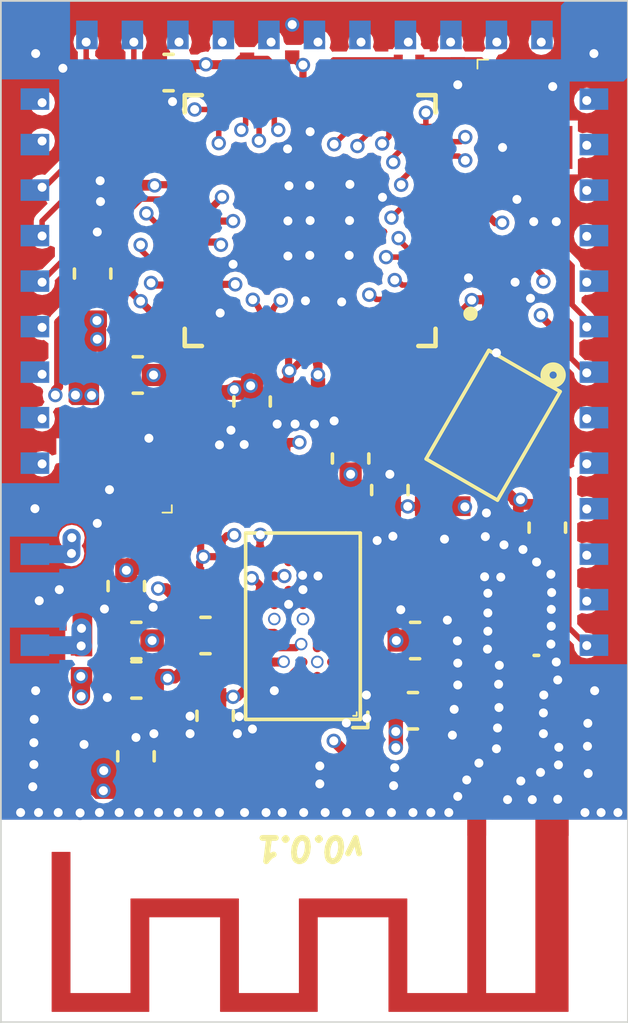
<source format=kicad_pcb>
(kicad_pcb (version 20221018) (generator pcbnew)
  (layers (0 "F.Cu" signal "Top Layer") (1 "In1.Cu" signal "GND@1") (2 "In2.Cu" signal "PWR") (3 "In3.Cu" signal "GND@2") (4 "In4.Cu" signal "SIG") (31 "B.Cu" signal "GND@3") (34 "B.Paste" user "Bottom Paste") (35 "F.Paste" user "Top Paste") (36 "B.SilkS" user "Bottom Overlay") (37 "F.SilkS" user "Top Overlay") (38 "B.Mask" user "Bottom Solder") (39 "F.Mask" user "Top Solder") (44 "Edge.Cuts" user))
  (net 0 "")
  (net 1 "BOOTSEL")
  (net 2 "MCU_VDD")
  (net 3 "RUN")
  (net 4 "SWDIO")
  (net 5 "SWCLK")
  (net 6 "VOUT_CORE")
  (net 7 "VOUT_3P3")
  (net 8 "VIN_LDO")
  (net 9 "VDD_BAT")
  (net 10 "QSPI_SD3")
  (net 11 "QSPI_SD2")
  (net 12 "QSPI_SD1")
  (net 13 "QSPI_SD0")
  (net 14 "QSPI_SCLK")
  (net 15 "~{QSPI_SS}")
  (net 16 "SDIO_CLK")
  (net 17 "SDIO_CS")
  (net 18 "NetU1_E6")
  (net 19 "NetR8_2")
  (net 20 "M_USB_N")
  (net 21 "M_USB_P")
  (net 22 "NetR5_2")
  (net 23 "NetR2_2")
  (net 24 "NetR1_2")
  (net 25 "SDIO_DIO")
  (net 26 "NetL2_2")
  (net 27 "NetL1_1")
  (net 28 "RF_VDD")
  (net 29 "NetC19_2")
  (net 30 "NetC18_2")
  (net 31 "NetC17_2")
  (net 32 "NetC16_2")
  (net 33 "NetC15_1")
  (net 34 "NetC14_2")
  (net 35 "NetC12_2")
  (net 36 "NetC12_1")
  (net 37 "VOUT_LN")
  (net 38 "NetC8_2")
  (net 39 "NetC7_2")
  (net 40 "NetANT1_1")
  (net 41 "M_VCC")
  (net 42 "GPIO28")
  (net 43 "GPIO27")
  (net 44 "GPIO26")
  (net 45 "GPIO22")
  (net 46 "GPIO21")
  (net 47 "GPIO20")
  (net 48 "GPIO19")
  (net 49 "GPIO18")
  (net 50 "GPIO17")
  (net 51 "GPIO16")
  (net 52 "GPIO15")
  (net 53 "GPIO14")
  (net 54 "GPIO13")
  (net 55 "GPIO12")
  (net 56 "GPIO11")
  (net 57 "GPIO10")
  (net 58 "GPIO9")
  (net 59 "GPIO8")
  (net 60 "GPIO7")
  (net 61 "GPIO6")
  (net 62 "GPIO5")
  (net 63 "GPIO4")
  (net 64 "GPIO3")
  (net 65 "GPIO2")
  (net 66 "GPIO1")
  (net 67 "GPIO0")
  (net 68 "GND")
  (net 69 "ADC_REF")
  (net 70 "1.1V")
  (footprint "DigiKey Passives.PcbLib:C0402" (layer "F.Cu") (at 142.3111 98.3636 -90)
    (fp_text reference "C23" hide)
    (fp_text value "C0402 12pF 50V" hide)
  )
  (footprint "Custom Components.PcbLib:C0201" (layer "F.Cu") (at 143.3111 100.2136)
    (fp_text reference "C24" hide)
    (fp_text value "C0201 DNP" hide)
  )
  (footprint "Custom Components.PcbLib:C0201" (layer "F.Cu") (at 143.1711 95.8936)
    (fp_text reference "C33" hide)
    (fp_text value "C0201 DNP" hide)
  )
  (footprint "pcbLib.PcbLib:LFB212G45CG7D227" (layer "F.Cu") (at 154.2511 108.0031 90)
    (fp_text reference "U2" hide)
    (fp_text value "LFB212G45CG7D227" hide)
  )
  (footprint "DigiKey Passives.PcbLib:C0402" (layer "F.Cu") (at 145.7311 110.7036 90)
    (fp_text reference "C11" hide)
    (fp_text value "C0402 12pF 50V" hide)
  )
  (footprint "Custom Components.PcbLib:R0201" (layer "F.Cu") (at 155.1411 100.5936 90)
    (fp_text reference "R10" hide)
    (fp_text value "R0402 DO NOT PLACE" hide)
  )
  (footprint "DigiKey Passives.PcbLib:C0402" (layer "F.Cu") (at 149.5111 103.5236 -90)
    (fp_text reference "C2" hide)
    (fp_text value "C0402 12pF 50V" hide)
  )
  (footprint "Custom Components.PcbLib:C0201" (layer "F.Cu") (at 149.7621 111.8536 180)
    (fp_text reference "C10" hide)
    (fp_text value "C0402 12pF 50V" hide)
  )
  (footprint "Custom Components.PcbLib:AN043_2.4GHZ" (layer "F.Cu") (at 155.59336 113.5536 180)
    (fp_text reference "ANT1" hide)
    (fp_text value "U.FL-R-SMT-1(10)" hide)
  )
  (footprint "DigiKey Passives.PcbLib:C0402" (layer "F.Cu") (at 143.5311 109.7036)
    (fp_text reference "C3" hide)
    (fp_text value "C0402 12pF 50V" hide)
  )
  (footprint "Custom Components.PcbLib:C0201" (layer "F.Cu") (at 144.5811 111.7636 -90)
    (fp_text reference "C20" hide)
    (fp_text value "C0402 12pF 50V" hide)
  )
  (footprint "Custom Components.PcbLib:C0201" (layer "F.Cu") (at 148.5111 103.9136 -90)
    (fp_text reference "C8" hide)
    (fp_text value "C0402 12pF 50V" hide)
  )
  (footprint "Custom Components.PcbLib:C0201" (layer "F.Cu") (at 152.5011 92.7936 90)
    (fp_text reference "C19" hide)
    (fp_text value "C0201 DNP" hide)
  )
  (footprint "Custom Components.PcbLib:C0201" (layer "F.Cu") (at 153.4311 96.2936 180)
    (fp_text reference "C35" hide)
    (fp_text value "C0201 DNP" hide)
  )
  (footprint "DigiKey Passives.PcbLib:C0402" (layer "F.Cu") (at 143.5311 108.6036)
    (fp_text reference "C4" hide)
    (fp_text value "C0402 12pF 50V" hide)
  )
  (footprint "DigiKey Passives.PcbLib:C0402" (layer "F.Cu") (at 143.5711 101.1936)
    (fp_text reference "C30" hide)
    (fp_text value "C0402 12pF 50V" hide)
  )
  (footprint "Custom Components.PcbLib:C0201" (layer "F.Cu") (at 148.6011 101.7536 90)
    (fp_text reference "C28" hide)
    (fp_text value "C0201 DNP" hide)
  )
  (footprint "DigiKey Passives.PcbLib:C0402" (layer "F.Cu") (at 143.2511 107.0836 90)
    (fp_text reference "C22" hide)
    (fp_text value "C0402 12pF 50V" hide)
  )
  (footprint "Custom Components.PcbLib:R0201" (layer "F.Cu") (at 145.6011 106.7036)
    (fp_text reference "R2" hide)
    (fp_text value "R0402 DO NOT PLACE" hide)
  )
  (footprint "DigiKey Passives.PcbLib:C0402" (layer "F.Cu") (at 151.2511 110.5636 180)
    (fp_text reference "C9" hide)
    (fp_text value "C0402 12pF 50V" hide)
  )
  (footprint "DigiKey Passives.PcbLib:C0402" (layer "F.Cu") (at 145.4611 108.4636)
    (fp_text reference "C6" hide)
    (fp_text value "C0402 12pF 50V" hide)
  )
  (footprint "pcbLib.PcbLib:Q22FA12800078" (layer "F.Cu") (at 143.3711 103.6836 90)
    (fp_text reference "Q1" hide)
    (fp_text value "37.4MHz" hide)
  )
  (footprint "Custom Components.PcbLib:C0201" (layer "F.Cu") (at 141.6511 103.5836 90)
    (fp_text reference "C16" hide)
    (fp_text value "C0201 DNP" hide)
  )
  (footprint "Custom Components.PcbLib:C0201" (layer "F.Cu") (at 154.1411 105.4636 90)
    (fp_text reference "C37" hide)
    (fp_text value "C0201 DNP" hide)
  )
  (footprint "DigiKey Passives.PcbLib:C0402" (layer "F.Cu") (at 143.5211 111.8336 -90)
    (fp_text reference "C1" hide)
    (fp_text value "C0402 12pF 50V" hide)
  )
  (footprint "Custom Components.PcbLib:C0201" (layer "F.Cu") (at 145.8411 101.9836 90)
    (fp_text reference "C27" hide)
    (fp_text value "C0201 DNP" hide)
  )
  (footprint "Custom Components.PcbLib:R0201" (layer "F.Cu") (at 145.6011 105.8336)
    (fp_text reference "R1" hide)
    (fp_text value "R0402 DO NOT PLACE" hide)
  )
  (footprint "Custom Components.PcbLib:L0402" (layer "F.Cu") (at 142.0011 109.1836 -90)
    (fp_text reference "FB1" hide)
    (fp_text value "Ferrite 33Ohm 6A" hide)
  )
  (footprint "Custom Components.PcbLib:C0201" (layer "F.Cu") (at 143.3111 98.5236 -90)
    (fp_text reference "C39" hide)
    (fp_text value "C0201 DNP" hide)
  )
  (footprint "DigiKey Passives.PcbLib:C0402" (layer "F.Cu") (at 150.6061 104.4036 -90)
    (fp_text reference "C5" hide)
    (fp_text value "C0402 12pF 50V" hide)
  )
  (footprint "DigiKey Passives.PcbLib:C0402" (layer "F.Cu") (at 151.3111 108.6036 180)
    (fp_text reference "C7" hide)
    (fp_text value "C0402 12pF 50V" hide)
  )
  (footprint "Custom Components.PcbLib:C0201" (layer "F.Cu") (at 147.7111 101.7636 90)
    (fp_text reference "C32" hide)
    (fp_text value "C0201 DNP" hide)
  )
  (footprint "Custom Components.PcbLib:R0201" (layer "F.Cu") (at 155.2311 103.4536 -90)
    (fp_text reference "R9" hide)
    (fp_text value "R0402 DO NOT PLACE" hide)
  )
  (footprint "DigiKey Passives.PcbLib:C0402" (layer "F.Cu") (at 155.0011 105.4536 90)
    (fp_text reference "C40" hide)
    (fp_text value "C0402 12pF 50V" hide)
  )
  (footprint "Custom Components.PcbLib:R0201" (layer "F.Cu") (at 154.2511 110.6556 90)
    (fp_text reference "R4" hide)
    (fp_text value "R0402 DO NOT PLACE" hide)
  )
  (footprint "Custom Components.PcbLib:l0201" (layer "F.Cu") (at 150.8061 107.2286 180)
    (fp_text reference "L2" hide)
    (fp_text value "L0603 470nH 1.4A" hide)
  )
  (footprint "Custom Components.PcbLib:USON8_3X2MM" (layer "F.Cu") (at 154.76312 101.88772 -120)
    (fp_text reference "U4" hide)
    (fp_text value "W25Q16JVUXIQ" hide)
  )
  (footprint "Custom Components.PcbLib:C0201" (layer "F.Cu") (at 147.8811 92.0436 -90)
    (fp_text reference "C34" hide)
    (fp_text value "C0201 DNP" hide)
  )
  (footprint "Custom Components.PcbLib:L0402" (layer "F.Cu") (at 147.5311 103.7736 -90)
    (fp_text reference "FB2" hide)
    (fp_text value "Ferrite 33Ohm 6A" hide)
  )
  (footprint "Custom Components.PcbLib:C0201" (layer "F.Cu") (at 154.5311 111.7756 180)
    (fp_text reference "C13" hide)
    (fp_text value "C0201 DNP" hide)
  )
  (footprint "pcbLib.PcbLib:CY43439" (layer "F.Cu") (at 148.1811 108.2036 180)
    (fp_text reference "U1" hide)
    (fp_text value "CYW43439KUBG" hide)
  )
  (footprint "DigiKey Passives.PcbLib:C0402" (layer "F.Cu") (at 146.7611 101.9336 90)
    (fp_text reference "C25" hide)
    (fp_text value "C0402 12pF 50V" hide)
  )
  (footprint "Custom Components.PcbLib:R0402" (layer "F.Cu") (at 152.0811 104.8536)
    (fp_text reference "R3" hide)
    (fp_text value "R0402 1K 5% 1/16W" hide)
  )
  (footprint "Custom Components.PcbLib:C0201" (layer "F.Cu") (at 144.9711 101.7136 90)
    (fp_text reference "C38" hide)
    (fp_text value "C0201 DNP" hide)
  )
  (footprint "Custom Components.PcbLib:C0201" (layer "F.Cu") (at 150.8061 106.3786 180)
    (fp_text reference "C12" hide)
    (fp_text value "C0201 DNP" hide)
  )
  (footprint "pcbLib.PcbLib:RP2040" (layer "F.Cu") (at 148.3811 96.8836 180)
    (fp_text reference "U3" hide)
    (fp_text value "RP2040" hide)
  )
  (footprint "Custom Components.PcbLib:C0201" (layer "F.Cu") (at 141.9911 107.5026 -90)
    (fp_text reference "C31" hide)
    (fp_text value "C0402 12pF 50V" hide)
  )
  (footprint "Custom Components.PcbLib:R0201" (layer "F.Cu") (at 151.1411 92.4036 180)
    (fp_text reference "R8" hide)
    (fp_text value "R0402 DO NOT PLACE" hide)
  )
  (footprint "Custom Components.PcbLib:R0201" (layer "F.Cu") (at 145.7811 104.4336)
    (fp_text reference "R5" hide)
    (fp_text value "R0402 DO NOT PLACE" hide)
  )
  (footprint "DigiKey Passives.PcbLib:C0402" (layer "F.Cu") (at 144.4311 92.7536)
    (fp_text reference "C26" hide)
    (fp_text value "C0402 12pF 50V" hide)
  )
  (footprint "pcbLib.PcbLib:PICO_M_SMT" (layer "F.Cu") (at 156.3011 110.0036 180)
    (fp_text reference "U5" hide)
    (fp_text value "PICO_W_MODULE" hide)
  )
  (footprint "Custom Components.PcbLib:C0201" (layer "F.Cu") (at 143.8111 105.6136)
    (fp_text reference "C17" hide)
    (fp_text value "C0201 DNP" hide)
  )
  (footprint "Custom Components.PcbLib:C0201" (layer "F.Cu") (at 146.6211 92.1036 -90)
    (fp_text reference "C29" hide)
    (fp_text value "C0201 DNP" hide)
  )
  (footprint "Custom Components.PcbLib:L0402" (layer "F.Cu") (at 142.0411 100.7336 90)
    (fp_text reference "FB3" hide)
    (fp_text value "Ferrite 33Ohm 6A" hide)
  )
  (footprint "Custom Components.PcbLib:C0201" (layer "F.Cu") (at 153.6511 99.0936 180)
    (fp_text reference "C36" hide)
    (fp_text value "C0201 DNP" hide)
  )
  (footprint "Custom Components.PcbLib:C0201" (layer "F.Cu") (at 152.0811 106.6536 90)
    (fp_text reference "C15" hide)
    (fp_text value "C0201 DNP" hide)
  )
  (footprint "PulsarLab.PcbLib:2520" (layer "F.Cu") (at 155.1511 93.1436 -90)
    (fp_text reference "Q2" hide)
    (fp_text value "12MHz" hide)
  )
  (footprint "Custom Components.PcbLib:C0201" (layer "F.Cu") (at 151.0921 109.5836 180)
    (fp_text reference "C21" hide)
    (fp_text value "C0402 12pF 50V" hide)
  )
  (footprint "Custom Components.PcbLib:C0201" (layer "F.Cu") (at 154.5321 109.5356 180)
    (fp_text reference "C14" hide)
    (fp_text value "C0201 DNP" hide)
  )
  (footprint "PulsarLab.PcbLib:L0805" (layer "F.Cu") (at 146.6011 112.3036 180)
    (fp_text reference "L1" hide)
    (fp_text value "Inductor 6.8uH 30%" hide)
  )
  (footprint "Custom Components.PcbLib:C0201" (layer "F.Cu") (at 154.9111 96.2936)
    (fp_text reference "C18" hide)
    (fp_text value "C0201 DNP" hide)
  )
  (gr_line (start 146.7811 105.6036) (end 149.3811 105.6036) (stroke (width 0.1)) (layer "F.SilkS"))
  (gr_line (start 149.5811 110.8036) (end 149.7811 110.8036) (stroke (width 0.1)) (layer "F.SilkS"))
  (gr_line (start 149.5711 111.0336) (end 149.9911 111.0336) (stroke (width 0.1)) (layer "F.SilkS"))
  (gr_line (start 146.5811 110.4036) (end 146.5811 105.9836) (stroke (width 0.1)) (layer "F.SilkS"))
  (gr_line (start 146.5811 110.8036) (end 149.5811 110.8036) (stroke (width 0.1)) (layer "F.SilkS"))
  (gr_line (start 149.9911 111.0336) (end 149.9911 110.6036) (stroke (width 0.1)) (layer "F.SilkS"))
  (gr_line (start 149.7811 110.8036) (end 149.7811 106.0036) (stroke (width 0.1)) (layer "F.SilkS"))
  (gr_line (start 146.5811 110.8036) (end 146.5811 110.4036) (stroke (width 0.1)) (layer "F.SilkS"))
  (gr_line (start 139.7511 90.7536) (end 157.2511 90.7536) (stroke (width 0.05)) (layer "Edge.Cuts"))
  (gr_line (start 139.7511 119.2536) (end 139.7511 90.7536) (stroke (width 0.05)) (layer "Edge.Cuts"))
  (gr_line (start 157.2511 119.2536) (end 139.7511 119.2536) (stroke (width 0.05)) (layer "Edge.Cuts"))
  (gr_line (start 157.2511 90.7536) (end 157.2511 119.2536) (stroke (width 0.05)) (layer "Edge.Cuts"))
  (gr_text "v0.0.1" (at 150.0011 114.0236 180) (layer "F.SilkS") (effects (font (size 0.65 0.65) (thickness 0.254) bold italic) (justify left bottom)))
  (segment (start 155.2311 103.7536) (end 155.2561 103.7536) (width 0.1524) (layer "F.Cu") (net 1))
  (segment (start 155.6011 108.2436) (end 155.6011 104.0986) (width 0.1524) (layer "F.Cu") (net 1))
  (segment (start 155.6011 108.2436) (end 156.1011 108.7436) (width 0.1524) (layer "F.Cu") (net 1))
  (segment (start 155.2561 103.7536) (end 155.6011 104.0986) (width 0.1524) (layer "F.Cu") (net 1))
  (via (at 156.1011 108.7436) (size 0.4) (drill 0.25) (layers "F.Cu" "B.Cu") (net 1))
  (segment (start 141.8185 101.7536) (end 141.8185 101.69561) (width 0.25) (layer "F.Cu") (net 2))
  (segment (start 142.0411 101.1636) (end 142.0711 101.1636) (width 0.25) (layer "F.Cu") (net 2))
  (segment (start 142.0111 101.1636) (end 142.0411 101.1636) (width 0.25) (layer "F.Cu") (net 2))
  (segment (start 142.2785 101.761) (end 142.2785 101.401) (width 0.25) (layer "F.Cu") (net 2))
  (segment (start 142.2161 101.3386) (end 142.2161 101.3086) (width 0.25) (layer "F.Cu") (net 2))
  (segment (start 141.8185 101.69561) (end 141.8661 101.64801) (width 0.25) (layer "F.Cu") (net 2))
  (segment (start 142.2785 101.761) (end 142.2811 101.7636) (width 0.25) (layer "F.Cu") (net 2))
  (segment (start 141.8661 101.3086) (end 142.0111 101.1636) (width 0.25) (layer "F.Cu") (net 2))
  (segment (start 142.0711 101.1636) (end 142.2161 101.3086) (width 0.25) (layer "F.Cu") (net 2))
  (segment (start 142.2161 101.3386) (end 142.2785 101.401) (width 0.25) (layer "F.Cu") (net 2))
  (segment (start 141.8661 101.64801) (end 141.8661 101.3086) (width 0.25) (layer "F.Cu") (net 2))
  (via (at 141.7311 105.7336) (size 0.4) (drill 0.25) (layers "F.Cu" "B.Cu") (net 2))
  (via (at 141.83113 101.75362) (size 0.4) (drill 0.25) (layers "F.Cu" "B.Cu") (net 2))
  (via (at 141.7211 106.1736) (size 0.4) (drill 0.25) (layers "F.Cu" "B.Cu") (net 2))
  (via (at 142.2811 101.7636) (size 0.4) (drill 0.25) (layers "F.Cu" "B.Cu") (net 2))
  (segment (start 141.7211 105.7436) (end 141.7311 105.7336) (width 0.5) (layer "B.Cu") (net 2))
  (segment (start 141.7011 106.1936) (end 141.7211 106.1736) (width 0.25) (layer "B.Cu") (net 2))
  (segment (start 141.7211 106.1736) (end 141.7211 105.7436) (width 0.5) (layer "B.Cu") (net 2))
  (segment (start 140.7011 106.1936) (end 141.7011 106.1936) (width 0.5) (layer "B.Cu") (net 2))
  (segment (start 146.46112 94.3229) (end 146.5811 94.20292) (width 0.1524) (layer "F.Cu") (net 3))
  (segment (start 146.46112 94.35363) (end 146.46112 94.3229) (width 0.1524) (layer "F.Cu") (net 3))
  (segment (start 146.5811 94.20292) (end 146.5811 93.4486) (width 0.1524) (layer "F.Cu") (net 3))
  (via (at 146.46112 94.35363) (size 0.4) (drill 0.25) (layers "F.Cu" "B.Cu") (net 3))
  (via (at 147.2911 91.9036) (size 0.4) (drill 0.25) (layers "F.Cu" "B.Cu") (net 3))
  (segment (start 146.9573 93.4724) (end 146.9811 93.4486) (width 0.1524) (layer "F.Cu") (net 4))
  (segment (start 146.9511 94.6536) (end 146.9573 94.6474) (width 0.1524) (layer "F.Cu") (net 4))
  (segment (start 146.9573 94.6474) (end 146.9573 93.4724) (width 0.1524) (layer "F.Cu") (net 4))
  (via (at 148.6011 91.9036) (size 0.4) (drill 0.25) (layers "F.Cu" "B.Cu") (net 4))
  (via (at 146.9511 94.6536) (size 0.4) (drill 0.25) (layers "F.Cu" "B.Cu") (net 4))
  (segment (start 148.5611 91.8836) (end 148.6211 91.8236) (width 0.1524) (layer "B.Cu") (net 4))
  (segment (start 148.5011 91.7036) (end 148.6211 91.8236) (width 0.1524) (layer "B.Cu") (net 4))
  (segment (start 148.5611 91.8836) (end 148.5811 91.9036) (width 0.1524) (layer "B.Cu") (net 4))
  (segment (start 148.5811 91.9036) (end 148.6011 91.9036) (width 0.1524) (layer "B.Cu") (net 4))
  (segment (start 147.3811 94.2436) (end 147.3811 93.4486) (width 0.1524) (layer "F.Cu") (net 5))
  (segment (start 147.3811 94.2436) (end 147.4911 94.3536) (width 0.1524) (layer "F.Cu") (net 5))
  (via (at 147.4911 94.3536) (size 0.4) (drill 0.25) (layers "F.Cu" "B.Cu") (net 5))
  (via (at 149.8011 91.9036) (size 0.4) (drill 0.25) (layers "F.Cu" "B.Cu") (net 5))
  (segment (start 146.92365 109.19698) (end 147.3811 109.6036) (width 0.2) (layer "F.Cu") (net 6))
  (segment (start 149.4811 111.8536) (end 149.4811 111.8436) (width 0.3) (layer "F.Cu") (net 6))
  (segment (start 144.4011 109.6536) (end 144.6011 109.6536) (width 0.3) (layer "F.Cu") (net 6))
  (segment (start 145.09869 109.15601) (end 146.51869 109.15601) (width 0.3) (layer "F.Cu") (net 6))
  (segment (start 144.1311 109.5436) (end 144.4511 109.5436) (width 0.3) (layer "F.Cu") (net 6))
  (segment (start 144.0311 109.7036) (end 144.4011 109.7036) (width 0.2) (layer "F.Cu") (net 6))
  (segment (start 144.4511 109.60361) (end 144.4511 109.5436) (width 0.3) (layer "F.Cu") (net 6))
  (segment (start 144.4011 109.6536) (end 144.4511 109.60361) (width 0.3) (layer "F.Cu") (net 6))
  (segment (start 146.51869 109.15601) (end 146.88269 109.15601) (width 0.2) (layer "F.Cu") (net 6))
  (segment (start 143.9711 109.7036) (end 144.1311 109.5436) (width 0.3) (layer "F.Cu") (net 6))
  (segment (start 144.6011 109.6536) (end 145.09869 109.15601) (width 0.3) (layer "F.Cu") (net 6))
  (segment (start 149.0411 111.4036) (end 149.4811 111.8436) (width 0.3) (layer "F.Cu") (net 6))
  (segment (start 144.4011 109.7036) (end 144.4011 109.6536) (width 0.2) (layer "F.Cu") (net 6))
  (segment (start 146.88269 109.15601) (end 146.92365 109.19698) (width 0.2) (layer "F.Cu") (net 6))
  (via (at 148.1811 108.0036) (size 0.35) (drill 0.25) (layers "F.Cu" "B.Cu") (net 6))
  (via (at 144.4011 109.6536) (size 0.4) (drill 0.25) (layers "F.Cu" "B.Cu") (net 6))
  (via (at 148.5811 109.20007) (size 0.35) (drill 0.25) (layers "F.Cu" "B.Cu") (net 6))
  (via (at 149.0411 111.4036) (size 0.4) (drill 0.25) (layers "F.Cu" "B.Cu") (net 6))
  (segment (start 151.5686 104.8611) (end 151.5861 104.8786) (width 0.25) (layer "F.Cu") (net 7))
  (segment (start 145.7211 108.3036) (end 145.8811 108.4636) (width 0.25) (layer "F.Cu") (net 7))
  (segment (start 150.6061 104.8636) (end 150.6086 104.8611) (width 0.25) (layer "F.Cu") (net 7))
  (segment (start 145.80111 108.4236) (end 145.82111 108.4236) (width 0.25) (layer "F.Cu") (net 7))
  (segment (start 145.8811 108.4636) (end 145.9011 108.4636) (width 0.25) (layer "F.Cu") (net 7))
  (segment (start 146.0611 108.6236) (end 146.59071 108.6236) (width 0.3) (layer "F.Cu") (net 7))
  (segment (start 145.3235 107.691) (end 145.7211 108.0886) (width 0.3) (layer "F.Cu") (net 7))
  (segment (start 144.1411 107.1536) (end 144.3611 107.1536) (width 0.3) (layer "F.Cu") (net 7))
  (segment (start 149.3811 106.0036) (end 149.8311 105.5536) (width 0.25) (layer "F.Cu") (net 7))
  (segment (start 150.5111 104.8636) (end 150.6061 104.8636) (width 0.25) (layer "F.Cu") (net 7))
  (segment (start 151.1061 104.8611) (end 151.5686 104.8611) (width 0.25) (layer "F.Cu") (net 7))
  (segment (start 144.3611 107.1536) (end 144.8985 107.691) (width 0.3) (layer "F.Cu") (net 7))
  (segment (start 146.76038 108.79327) (end 146.97077 108.79327) (width 0.25) (layer "F.Cu") (net 7))
  (segment (start 145.7211 108.3036) (end 145.7211 108.0886) (width 0.3) (layer "F.Cu") (net 7))
  (segment (start 146.97077 108.79327) (end 146.9811 108.8036) (width 0.2) (layer "F.Cu") (net 7))
  (segment (start 149.8311 105.5536) (end 149.8311 105.5436) (width 0.25) (layer "F.Cu") (net 7))
  (segment (start 150.6061 104.8636) (end 150.6061 104.8436) (width 0.25) (layer "F.Cu") (net 7))
  (segment (start 145.6911 108.2736) (end 145.7211 108.3036) (width 0.25) (layer "F.Cu") (net 7))
  (segment (start 144.8985 107.691) (end 145.3235 107.691) (width 0.3) (layer "F.Cu") (net 7))
  (segment (start 149.8311 105.5436) (end 150.5111 104.8636) (width 0.25) (layer "F.Cu") (net 7))
  (segment (start 145.9011 108.4636) (end 146.0611 108.6236) (width 0.3) (layer "F.Cu") (net 7))
  (segment (start 146.59071 108.6236) (end 146.76038 108.79327) (width 0.25) (layer "F.Cu") (net 7))
  (segment (start 150.6086 104.8611) (end 151.1061 104.8611) (width 0.25) (layer "F.Cu") (net 7))
  (via (at 144.1411 107.1536) (size 0.4) (drill 0.25) (layers "F.Cu" "B.Cu") (net 7))
  (via (at 151.1061 104.8611) (size 0.4) (drill 0.25) (layers "F.Cu" "B.Cu") (net 7))
  (segment (start 142.5511 111.0536) (end 143.0011 110.6036) (width 0.4) (layer "F.Cu") (net 8))
  (segment (start 144.36049 110.6036) (end 145.38188 109.58221) (width 0.4) (layer "F.Cu") (net 8))
  (segment (start 145.7811 112.4536) (end 145.7811 112.3036) (width 0.25) (layer "F.Cu") (net 8))
  (segment (start 148.9811 105.6536) (end 149.5111 105.1236) (width 0.25) (layer "F.Cu") (net 8))
  (segment (start 145.38188 109.58221) (end 146.77686 109.58221) (width 0.4) (layer "F.Cu") (net 8))
  (segment (start 145.5611 112.0836) (end 145.7811 112.3036) (width 0.25) (layer "F.Cu") (net 8))
  (segment (start 143.0011 110.6036) (end 144.36049 110.6036) (width 0.4) (layer "F.Cu") (net 8))
  (segment (start 142.6211 112.2336) (end 143.3211 112.2336) (width 0.25) (layer "F.Cu") (net 8))
  (segment (start 142.5511 111.9536) (end 142.5511 111.0536) (width 0.4) (layer "F.Cu") (net 8))
  (segment (start 143.4011 112.1536) (end 143.5211 112.2736) (width 0.25) (layer "F.Cu") (net 8))
  (segment (start 143.5111 112.0836) (end 145.5611 112.0836) (width 0.25) (layer "F.Cu") (net 8))
  (segment (start 143.3211 112.2336) (end 143.4011 112.1536) (width 0.25) (layer "F.Cu") (net 8))
  (segment (start 148.9811 106.0036) (end 148.9811 105.6536) (width 0.25) (layer "F.Cu") (net 8))
  (segment (start 149.5111 105.1236) (end 149.5111 103.9636) (width 0.25) (layer "F.Cu") (net 8))
  (via (at 142.6111 112.7936) (size 0.4) (drill 0.25) (layers "F.Cu" "B.Cu") (net 8))
  (via (at 149.5111 103.9636) (size 0.4) (drill 0.25) (layers "F.Cu" "B.Cu") (net 8))
  (via (at 142.6211 112.2336) (size 0.4) (drill 0.25) (layers "F.Cu" "B.Cu") (net 8))
  (segment (start 146.2311 110.1736) (end 146.3611 110.1736) (width 0.25) (layer "F.Cu") (net 9))
  (segment (start 146.5311 110.0036) (end 146.9811 110.0036) (width 0.25) (layer "F.Cu") (net 9))
  (segment (start 141.9911 109.6936) (end 142.0511 109.6336) (width 0.5) (layer "F.Cu") (net 9))
  (segment (start 146.9811 108.4036) (end 147.3811 108.4036) (width 0.25) (layer "F.Cu") (net 9))
  (segment (start 146.9017 108.3742) (end 146.9811 108.3742) (width 0.3) (layer "F.Cu") (net 9))
  (segment (start 143.2461 106.6186) (end 143.2511 106.6236) (width 0.25) (layer "F.Cu") (net 9))
  (segment (start 145.13344 107.2386) (end 145.7661 107.2386) (width 0.3) (layer "F.Cu") (net 9))
  (segment (start 143.2511 106.6436) (end 143.2511 106.6236) (width 0.25) (layer "F.Cu") (net 9))
  (segment (start 143.2711 106.6236) (end 144.5416 106.6236) (width 0.3) (layer "F.Cu") (net 9))
  (segment (start 144.5416 106.6236) (end 144.8737 106.9557) (width 0.3) (layer "F.Cu") (net 9))
  (segment (start 141.9911 110.1636) (end 141.9911 109.6936) (width 0.5) (layer "F.Cu") (net 9))
  (segment (start 142.0311 109.6136) (end 142.0511 109.6336) (width 0.5) (layer "F.Cu") (net 9))
  (segment (start 145.7311 110.1736) (end 146.2311 110.1736) (width 0.25) (layer "F.Cu") (net 9))
  (segment (start 144.8737 106.97886) (end 144.8737 106.9557) (width 0.3) (layer "F.Cu") (net 9))
  (segment (start 145.7661 107.2386) (end 146.9017 108.3742) (width 0.3) (layer "F.Cu") (net 9))
  (segment (start 143.0911 106.6136) (end 143.2811 106.4236) (width 0.25) (layer "F.Cu") (net 9))
  (segment (start 142.0011 109.6136) (end 142.0311 109.6136) (width 0.5) (layer "F.Cu") (net 9))
  (segment (start 143.2511 106.6436) (end 143.2711 106.6236) (width 0.3) (layer "F.Cu") (net 9))
  (segment (start 146.3611 110.1736) (end 146.5311 110.0036) (width 0.25) (layer "F.Cu") (net 9))
  (segment (start 144.8737 106.97886) (end 145.13344 107.2386) (width 0.3) (layer "F.Cu") (net 9))
  (via (at 141.9811 109.6036) (size 0.4) (drill 0.25) (layers "F.Cu" "B.Cu") (net 9))
  (via (at 143.2511 106.6436) (size 0.4) (drill 0.25) (layers "F.Cu" "B.Cu") (net 9))
  (via (at 141.9911 110.1636) (size 0.4) (drill 0.25) (layers "F.Cu" "B.Cu") (net 9))
  (via (at 146.2311 110.1736) (size 0.4) (drill 0.25) (layers "F.Cu" "B.Cu") (net 9))
  (segment (start 151.8011 104.1236) (end 152.7511 104.1236) (width 0.1524) (layer "F.Cu") (net 10))
  (segment (start 149.0011 100.7736) (end 149.0011 100.3936) (width 0.1524) (layer "F.Cu") (net 10))
  (segment (start 153.19309 103.68161) (end 153.19309 103.57037) (width 0.1524) (layer "F.Cu") (net 10))
  (segment (start 149.1511 101.4736) (end 151.8011 104.1236) (width 0.1524) (layer "F.Cu") (net 10))
  (segment (start 152.7511 104.1236) (end 153.19309 103.68161) (width 0.1524) (layer "F.Cu") (net 10))
  (segment (start 149.1511 101.4736) (end 149.1511 100.9236) (width 0.1524) (layer "F.Cu") (net 10))
  (segment (start 149.0011 100.7736) (end 149.1511 100.9236) (width 0.1524) (layer "F.Cu") (net 10))
  (segment (start 150.7511 101.3736) (end 152.2011 101.3736) (width 0.1524) (layer "F.Cu") (net 11))
  (segment (start 153.9011 100.1736) (end 154.1011 100.3736) (width 0.1524) (layer "F.Cu") (net 11))
  (segment (start 153.3511 100.1736) (end 153.9011 100.1736) (width 0.1524) (layer "F.Cu") (net 11))
  (segment (start 150.2011 100.8236) (end 150.7511 101.3736) (width 0.1524) (layer "F.Cu") (net 11))
  (segment (start 152.2011 101.3736) (end 152.4511 101.1236) (width 0.1524) (layer "F.Cu") (net 11))
  (segment (start 152.6511 101.1236) (end 152.8511 100.9236) (width 0.1524) (layer "F.Cu") (net 11))
  (segment (start 152.4511 101.1236) (end 152.6511 101.1236) (width 0.1524) (layer "F.Cu") (net 11))
  (segment (start 154.1011 100.69377) (end 154.1011 100.3736) (width 0.1524) (layer "F.Cu") (net 11))
  (segment (start 152.8511 100.6736) (end 153.3511 100.1736) (width 0.1524) (layer "F.Cu") (net 11))
  (segment (start 153.97805 101.30676) (end 153.97805 100.81681) (width 0.1524) (layer "F.Cu") (net 11))
  (segment (start 153.89709 101.38772) (end 153.97805 101.30676) (width 0.1524) (layer "F.Cu") (net 11))
  (segment (start 152.8511 100.9236) (end 152.8511 100.6736) (width 0.1524) (layer "F.Cu") (net 11))
  (segment (start 153.97805 100.81681) (end 154.1011 100.69377) (width 0.1524) (layer "F.Cu") (net 11))
  (segment (start 150.2011 100.8236) (end 150.2011 100.3936) (width 0.1524) (layer "F.Cu") (net 11))
  (segment (start 154.33011 101.63772) (end 154.3511 101.61673) (width 0.1524) (layer "F.Cu") (net 12))
  (segment (start 152.0011 101.1236) (end 153.2011 99.9236) (width 0.1524) (layer "F.Cu") (net 12))
  (segment (start 154.3511 101.61673) (end 154.3511 100.2736) (width 0.1524) (layer "F.Cu") (net 12))
  (segment (start 150.6011 100.8736) (end 150.8511 101.1236) (width 0.1524) (layer "F.Cu") (net 12))
  (segment (start 150.8511 101.1236) (end 152.0011 101.1236) (width 0.1524) (layer "F.Cu") (net 12))
  (segment (start 154.0011 99.9236) (end 154.3511 100.2736) (width 0.1524) (layer "F.Cu") (net 12))
  (segment (start 150.6011 100.8736) (end 150.6011 100.3936) (width 0.1524) (layer "F.Cu") (net 12))
  (segment (start 153.2011 99.9236) (end 154.0011 99.9236) (width 0.1524) (layer "F.Cu") (net 12))
  (segment (start 151.43798 102.81048) (end 151.56423 102.81048) (width 0.1524) (layer "F.Cu") (net 13))
  (segment (start 152.22833 103.24874) (end 152.27775 103.19933) (width 0.1524) (layer "F.Cu") (net 13))
  (segment (start 150.33923 101.36173) (end 150.5511 101.5736) (width 0.1524) (layer "F.Cu") (net 13))
  (segment (start 151.9511 102.5736) (end 152.27775 102.90025) (width 0.1524) (layer "F.Cu") (net 13))
  (segment (start 151.2511 102.4236) (end 151.6511 102.0236) (width 0.1524) (layer "F.Cu") (net 13))
  (segment (start 151.1511 101.6736) (end 151.4511 101.6736) (width 0.1524) (layer "F.Cu") (net 13))
  (segment (start 152.27775 103.19933) (end 152.27775 102.90025) (width 0.1524) (layer "F.Cu") (net 13))
  (segment (start 150.43923 101.96173) (end 150.43923 101.83547) (width 0.1524) (layer "F.Cu") (net 13))
  (segment (start 150.21298 101.36173) (end 150.33923 101.36173) (width 0.1524) (layer "F.Cu") (net 13))
  (segment (start 151.2511 102.6236) (end 151.2511 102.4236) (width 0.1524) (layer "F.Cu") (net 13))
  (segment (start 152.17158 103.32698) (end 152.23908 103.25949) (width 0.1524) (layer "F.Cu") (net 13))
  (segment (start 150.7511 102.0736) (end 151.1511 101.6736) (width 0.1524) (layer "F.Cu") (net 13))
  (segment (start 151.6511 102.0236) (end 151.6511 101.8736) (width 0.1524) (layer "F.Cu") (net 13))
  (segment (start 149.8011 101.2736) (end 149.8011 100.3936) (width 0.1524) (layer "F.Cu") (net 13))
  (segment (start 151.56423 102.81048) (end 151.8011 102.5736) (width 0.1524) (layer "F.Cu") (net 13))
  (segment (start 149.8011 101.2736) (end 149.98798 101.46048) (width 0.1524) (layer "F.Cu") (net 13))
  (segment (start 150.11423 101.46048) (end 150.21298 101.36173) (width 0.1524) (layer "F.Cu") (net 13))
  (segment (start 149.98798 101.46048) (end 150.11423 101.46048) (width 0.1524) (layer "F.Cu") (net 13))
  (segment (start 152.22833 103.24874) (end 152.23908 103.25949) (width 0.1524) (layer "F.Cu") (net 13))
  (segment (start 151.4511 101.6736) (end 151.6511 101.8736) (width 0.1524) (layer "F.Cu") (net 13))
  (segment (start 151.2511 102.6236) (end 151.43798 102.81048) (width 0.1524) (layer "F.Cu") (net 13))
  (segment (start 150.43923 101.83547) (end 150.5511 101.7236) (width 0.1524) (layer "F.Cu") (net 13))
  (segment (start 151.8011 102.5736) (end 151.9511 102.5736) (width 0.1524) (layer "F.Cu") (net 13))
  (segment (start 150.43923 101.96173) (end 150.5511 102.0736) (width 0.1524) (layer "F.Cu") (net 13))
  (segment (start 150.5511 101.7236) (end 150.5511 101.5736) (width 0.1524) (layer "F.Cu") (net 13))
  (segment (start 150.5511 102.0736) (end 150.7511 102.0736) (width 0.1524) (layer "F.Cu") (net 13))
  (segment (start 151.9511 103.8236) (end 152.3511 103.8236) (width 0.1524) (layer "F.Cu") (net 14))
  (segment (start 149.4011 101.2736) (end 151.9511 103.8236) (width 0.1524) (layer "F.Cu") (net 14))
  (segment (start 152.3511 103.8236) (end 152.76008 103.41463) (width 0.1524) (layer "F.Cu") (net 14))
  (segment (start 149.4011 101.2736) (end 149.4011 100.3936) (width 0.1524) (layer "F.Cu") (net 14))
  (segment (start 152.76008 103.41463) (end 152.76008 103.32036) (width 0.1524) (layer "F.Cu") (net 14))
  (segment (start 155.2311 103.1536) (end 155.2311 102.40512) (width 0.1524) (layer "F.Cu") (net 15))
  (segment (start 150.9811 100.6136) (end 151.0049 100.6374) (width 0.1524) (layer "F.Cu") (net 15))
  (segment (start 154.78451 101.86633) (end 154.78451 101.7088) (width 0.1524) (layer "F.Cu") (net 15))
  (segment (start 154.78451 101.86633) (end 154.8132 101.83764) (width 0.1524) (layer "F.Cu") (net 15))
  (segment (start 154.7035 100.7736) (end 154.8235 100.8936) (width 0.1524) (layer "F.Cu") (net 15))
  (segment (start 151.1011 100.3936) (end 152.2811 100.3936) (width 0.1524) (layer "F.Cu") (net 15))
  (segment (start 150.9811 100.6136) (end 150.9811 100.5386) (width 0.1524) (layer "F.Cu") (net 15))
  (segment (start 150.9811 100.4186) (end 150.9811 100.3186) (width 0.1524) (layer "F.Cu") (net 15))
  (segment (start 154.8235 100.8936) (end 155.1411 100.8936) (width 0.1524) (layer "F.Cu") (net 15))
  (segment (start 154.76312 101.88772) (end 154.76312 101.83831) (width 0.1524) (layer "F.Cu") (net 15))
  (segment (start 154.76312 101.88772) (end 154.78451 101.86633) (width 0.1524) (layer "F.Cu") (net 15))
  (segment (start 154.78451 101.90912) (end 154.78451 101.86633) (width 0.1524) (layer "F.Cu") (net 15))
  (segment (start 154.78451 101.7088) (end 155.1411 101.35221) (width 0.1524) (layer "F.Cu") (net 15))
  (segment (start 155.1411 100.8936) (end 155.1661 100.8936) (width 0.1524) (layer "F.Cu") (net 15))
  (segment (start 154.1761 99.6236) (end 154.6911 100.1386) (width 0.1524) (layer "F.Cu") (net 15))
  (segment (start 150.9811 100.6386) (end 150.9811 100.6136) (width 0.1524) (layer "F.Cu") (net 15))
  (segment (start 152.2811 100.3936) (end 153.0511 99.6236) (width 0.1524) (layer "F.Cu") (net 15))
  (segment (start 153.0511 99.6236) (end 154.1761 99.6236) (width 0.1524) (layer "F.Cu") (net 15))
  (segment (start 154.76312 101.93714) (end 155.2311 102.40512) (width 0.1524) (layer "F.Cu") (net 15))
  (segment (start 154.6911 100.7336) (end 154.6911 100.1386) (width 0.1524) (layer "F.Cu") (net 15))
  (segment (start 155.2311 103.1536) (end 155.2561 103.1536) (width 0.1524) (layer "F.Cu") (net 15))
  (segment (start 150.9811 100.5386) (end 150.9811 100.4186) (width 0.1524) (layer "F.Cu") (net 15))
  (segment (start 155.1411 101.35221) (end 155.1411 100.8936) (width 0.1524) (layer "F.Cu") (net 15))
  (segment (start 154.76312 101.93714) (end 154.76312 101.88772) (width 0.1524) (layer "F.Cu") (net 15))
  (segment (start 145.5111 99.0836) (end 145.93108 98.66362) (width 0.2) (layer "F.Cu") (net 16))
  (segment (start 146.9811 106.0036) (end 146.98588 105.83646) (width 0.2) (layer "F.Cu") (net 16))
  (segment (start 146.9811 106.0036) (end 146.9811 106.0036) (width 0.2) (layer "F.Cu") (net 16))
  (segment (start 146.9811 105.85418) (end 146.9811 105.85388) (width 0.2) (layer "F.Cu") (net 16))
  (segment (start 144.9461 99.0836) (end 145.5111 99.0836) (width 0.2) (layer "F.Cu") (net 16))
  (segment (start 146.9811 106.0036) (end 146.9811 105.9766) (width 0.2) (layer "F.Cu") (net 16))
  (segment (start 146.98588 105.83646) (end 146.9911 105.6536) (width 0.2) (layer "F.Cu") (net 16))
  (segment (start 145.93108 98.66362) (end 146.29112 98.66362) (width 0.2) (layer "F.Cu") (net 16))
  (via (at 146.29112 98.66362) (size 0.4) (drill 0.25) (layers "F.Cu" "B.Cu") (net 16))
  (via (at 146.9911 105.6536) (size 0.4) (drill 0.25) (layers "F.Cu" "B.Cu") (net 16))
  (arc (start 146.985878 105.836459) (mid 146.988279 105.832933) (end 146.991102 105.829733) (width 0.2) (layer "F.Cu") (net 16))
  (arc (start 146.9811 105.85388) (mid 146.982316 105.844848) (end 146.985878 105.836459) (width 0.2) (layer "F.Cu") (net 16))
  (segment (start 144.9461 97.4836) (end 145.81609 97.4836) (width 0.2) (layer "F.Cu") (net 17))
  (segment (start 146.97077 107.19327) (end 146.97077 107.04327) (width 0.2) (layer "F.Cu") (net 17))
  (segment (start 146.75112 106.86361) (end 146.79111 106.86361) (width 0.2) (layer "F.Cu") (net 17))
  (segment (start 145.81609 97.4836) (end 145.89112 97.55863) (width 0.2) (layer "F.Cu") (net 17))
  (segment (start 146.97077 107.19327) (end 146.9811 107.2036) (width 0.2) (layer "F.Cu") (net 17))
  (segment (start 146.79111 106.86361) (end 146.97077 107.04327) (width 0.2) (layer "F.Cu") (net 17))
  (via (at 145.89112 97.55863) (size 0.4) (drill 0.25) (layers "F.Cu" "B.Cu") (net 17))
  (via (at 146.75112 106.86361) (size 0.4) (drill 0.25) (layers "F.Cu" "B.Cu") (net 17))
  (segment (start 147.3811 108.8036) (end 147.9811 108.8036) (width 0.2) (layer "F.Cu") (net 18))
  (segment (start 148.0811 108.7036) (end 148.1311 108.7036) (width 0.2) (layer "F.Cu") (net 18))
  (segment (start 145.47572 96.6836) (end 145.9211 96.23822) (width 0.2) (layer "F.Cu") (net 18))
  (segment (start 147.9811 108.8036) (end 148.0811 108.7036) (width 0.2) (layer "F.Cu") (net 18))
  (segment (start 145.9211 96.23822) (end 145.9211 96.2286) (width 0.2) (layer "F.Cu") (net 18))
  (segment (start 144.9461 96.6836) (end 145.47572 96.6836) (width 0.2) (layer "F.Cu") (net 18))
  (via (at 145.9211 96.2286) (size 0.4) (drill 0.25) (layers "F.Cu" "B.Cu") (net 18))
  (via (at 148.1311 108.7036) (size 0.35) (drill 0.25) (layers "F.Cu" "B.Cu") (net 18))
  (via (at 147.3811 108.0036) (size 0.35) (drill 0.25) (layers "F.Cu" "B.Cu") (net 18))
  (segment (start 148.5811 93.4486) (end 148.6049 93.4248) (width 0.1524) (layer "F.Cu") (net 19))
  (segment (start 148.6049 93.4248) (end 148.6049 92.83047) (width 0.1524) (layer "F.Cu") (net 19))
  (segment (start 148.6049 92.83047) (end 149.03537 92.4) (width 0.1524) (layer "F.Cu") (net 19))
  (segment (start 149.03537 92.4) (end 150.8411 92.4) (width 0.1524) (layer "F.Cu") (net 19))
  (segment (start 146.7811 99.1036) (end 146.81019 99.13269) (width 0.17196) (layer "F.Cu") (net 20))
  (segment (start 140.9011 94.6936) (end 140.9011 94.6636) (width 0.17196) (layer "F.Cu") (net 20))
  (segment (start 146.9811 100.03226) (end 146.9811 100.03161) (width 0.17196) (layer "F.Cu") (net 20))
  (segment (start 146.9811 100.3186) (end 146.9811 100.03226) (width 0.17196) (layer "F.Cu") (net 20))
  (segment (start 146.9811 100.03161) (end 146.9811 99.9986) (width 0.17196) (layer "F.Cu") (net 20))
  (segment (start 146.7811 99.1036) (end 146.7811 99.0936) (width 0.17196) (layer "F.Cu") (net 20))
  (segment (start 147.0187 100.22782) (end 147.0187 99.63608) (width 0.17196) (layer "F.Cu") (net 20))
  (via (at 140.9011 94.6636) (size 0.4) (drill 0.25) (layers "F.Cu" "B.Cu") (net 20))
  (via (at 146.7811 99.0936) (size 0.4) (drill 0.25) (layers "F.Cu" "B.Cu") (net 20))
  (arc (start 146.9811 100.03226) (mid 146.981101 100.031939) (end 146.981103 100.031618) (width 0.17196) (layer "F.Cu") (net 20))
  (arc (start 146.9811 100.03226) (mid 146.981101 100.031939) (end 146.981103 100.031618) (width 0.17196) (layer "F.Cu") (net 20))
  (arc (start 147.0187 100.22782) (mid 147.008928 100.276949) (end 146.981098 100.318598) (width 0.17196) (layer "F.Cu") (net 20))
  (arc (start 146.810196 99.132684) (mid 146.964519 99.363644) (end 147.018709 99.63608) (width 0.17196) (layer "F.Cu") (net 20))
  (segment (start 147.3235 100.17954) (end 147.3235 99.53397) (width 0.17196) (layer "F.Cu") (net 21))
  (segment (start 147.5361 99.0836) (end 147.5611 99.1086) (width 0.17196) (layer "F.Cu") (net 21))
  (segment (start 147.5611 99.1136) (end 147.5611 99.1086) (width 0.17196) (layer "F.Cu") (net 21))
  (segment (start 147.5511 99.1136) (end 147.5611 99.1136) (width 0.17196) (layer "F.Cu") (net 21))
  (segment (start 147.3811 100.3186) (end 147.3811 100.03226) (width 0.17196) (layer "F.Cu") (net 21))
  (segment (start 140.8511 93.4936) (end 140.9011 93.5436) (width 0.17196) (layer "F.Cu") (net 21))
  (segment (start 140.8311 93.5136) (end 140.8511 93.4936) (width 0.17196) (layer "F.Cu") (net 21))
  (segment (start 140.9011 93.5936) (end 140.9011 93.5436) (width 0.17196) (layer "F.Cu") (net 21))
  (segment (start 147.4373 99.2274) (end 147.5511 99.1136) (width 0.17196) (layer "F.Cu") (net 21))
  (via (at 147.5611 99.1136) (size 0.4) (drill 0.25) (layers "F.Cu" "B.Cu") (net 21))
  (via (at 140.9011 93.5936) (size 0.4) (drill 0.25) (layers "F.Cu" "B.Cu") (net 21))
  (arc (start 140.831097 93.513603) (mid 140.838907 93.525292) (end 140.84165 93.53908) (width 0.17196) (layer "F.Cu") (net 21))
  (arc (start 147.3235 99.50214) (mid 147.353076 99.353452) (end 147.437301 99.227401) (width 0.17196) (layer "F.Cu") (net 21))
  (arc (start 147.3811 100.3186) (mid 147.338469 100.254799) (end 147.323499 100.17954) (width 0.17196) (layer "F.Cu") (net 21))
  (segment (start 147.7811 106.0036) (end 147.7911 105.9936) (width 0.2) (layer "F.Cu") (net 22))
  (segment (start 147.7811 105.9529) (end 147.7811 105.6636) (width 0.1524) (layer "F.Cu") (net 22))
  (segment (start 147.7811 105.98898) (end 147.7811 105.98899) (width 0.2) (layer "F.Cu") (net 22))
  (segment (start 147.7811 106.0036) (end 147.7811 105.98899) (width 0.2) (layer "F.Cu") (net 22))
  (segment (start 146.1299 104.5074) (end 146.1549 104.5074) (width 0.1524) (layer "F.Cu") (net 22))
  (segment (start 146.7511 105.1036) (end 147.2211 105.1036) (width 0.1524) (layer "F.Cu") (net 22))
  (segment (start 146.1549 104.5074) (end 146.7511 105.1036) (width 0.1524) (layer "F.Cu") (net 22))
  (segment (start 147.2211 105.1036) (end 147.7811 105.6636) (width 0.1524) (layer "F.Cu") (net 22))
  (segment (start 146.0811 104.4586) (end 146.0811 104.4336) (width 0.1524) (layer "F.Cu") (net 22))
  (segment (start 146.0811 104.4586) (end 146.1299 104.5074) (width 0.1524) (layer "F.Cu") (net 22))
  (segment (start 145.8711 106.7684) (end 145.9959 106.7684) (width 0.2) (layer "F.Cu") (net 23))
  (segment (start 146.8311 107.6036) (end 146.9811 107.6036) (width 0.2) (layer "F.Cu") (net 23))
  (segment (start 145.9959 106.7684) (end 146.8311 107.6036) (width 0.2) (layer "F.Cu") (net 23))
  (segment (start 147.53053 106.8036) (end 147.6611 106.8036) (width 0.2) (layer "F.Cu") (net 24))
  (segment (start 147.53053 106.8036) (end 147.53053 106.8036) (width 0.2) (layer "F.Cu") (net 24))
  (segment (start 145.9011 105.8336) (end 146.0561 105.6786) (width 0.2) (layer "F.Cu") (net 24))
  (segment (start 147.3811 106.8036) (end 147.53053 106.8036) (width 0.2) (layer "F.Cu") (net 24))
  (segment (start 146.0561 105.6786) (end 146.2761 105.6786) (width 0.2) (layer "F.Cu") (net 24))
  (via (at 147.6611 106.8036) (size 0.4) (drill 0.25) (layers "F.Cu" "B.Cu") (net 24))
  (via (at 146.2611 105.6636) (size 0.4) (drill 0.25) (layers "F.Cu" "B.Cu") (net 24))
  (segment (start 145.4011 106.286) (end 145.4235 106.2636) (width 0.2) (layer "F.Cu") (net 25))
  (segment (start 145.82641 96.8986) (end 146.2311 96.8986) (width 0.2) (layer "F.Cu") (net 25))
  (segment (start 145.4011 106.286) (end 145.4311 106.316) (width 0.2) (layer "F.Cu") (net 25))
  (segment (start 145.3261 106.13448) (end 145.4011 106.20948) (width 0.2) (layer "F.Cu") (net 25))
  (segment (start 146.9811 106.4036) (end 147.3811 106.4036) (width 0.2) (layer "F.Cu") (net 25))
  (segment (start 144.9461 97.0836) (end 145.64141 97.0836) (width 0.2) (layer "F.Cu") (net 25))
  (segment (start 146.97077 106.39327) (end 146.9811 106.4036) (width 0.2) (layer "F.Cu") (net 25))
  (segment (start 145.2961 106.6786) (end 145.2961 106.42272) (width 0.2) (layer "F.Cu") (net 25))
  (segment (start 145.3011 105.8336) (end 145.3261 105.8586) (width 0.2) (layer "F.Cu") (net 25))
  (segment (start 146.70455 106.2636) (end 146.83422 106.39327) (width 0.2) (layer "F.Cu") (net 25))
  (segment (start 146.9611 106.4236) (end 146.9811 106.4036) (width 0.2) (layer "F.Cu") (net 25))
  (segment (start 145.2711 106.7036) (end 145.2961 106.6786) (width 0.2) (layer "F.Cu") (net 25))
  (segment (start 145.3261 106.13448) (end 145.3261 105.8586) (width 0.2) (layer "F.Cu") (net 25))
  (segment (start 145.2961 106.42272) (end 145.4011 106.31772) (width 0.2) (layer "F.Cu") (net 25))
  (segment (start 145.4011 106.2636) (end 145.4011 106.20948) (width 0.2) (layer "F.Cu") (net 25))
  (segment (start 145.64141 97.0836) (end 145.82641 96.8986) (width 0.2) (layer "F.Cu") (net 25))
  (segment (start 145.4235 106.2636) (end 146.70455 106.2636) (width 0.2) (layer "F.Cu") (net 25))
  (segment (start 145.4011 106.286) (end 145.4011 106.2636) (width 0.2) (layer "F.Cu") (net 25))
  (segment (start 146.83422 106.39327) (end 146.97077 106.39327) (width 0.2) (layer "F.Cu") (net 25))
  (segment (start 145.4011 106.31772) (end 145.4011 106.286) (width 0.2) (layer "F.Cu") (net 25))
  (via (at 145.4011 106.2636) (size 0.4) (drill 0.25) (layers "F.Cu" "B.Cu") (net 25))
  (via (at 146.2311 96.8986) (size 0.4) (drill 0.25) (layers "F.Cu" "B.Cu") (net 25))
  (segment (start 150.48186 107.20436) (end 150.5061 107.2286) (width 0.25) (layer "F.Cu") (net 26))
  (segment (start 150.05721 107.2036) (end 150.5211 107.2036) (width 0.18) (layer "F.Cu") (net 26))
  (segment (start 149.3811 107.2036) (end 150.5211 107.2036) (width 0.18) (layer "F.Cu") (net 26))
  (segment (start 149.3811 107.2036) (end 149.38187 107.20436) (width 0.25) (layer "F.Cu") (net 26))
  (segment (start 147.3811 111.57076) (end 147.3811 110.4036) (width 0.25) (layer "F.Cu") (net 27))
  (arc (start 147.581099 112.053601) (mid 147.433078 111.832072) (end 147.3811 111.57076) (width 0.25) (layer "F.Cu") (net 27))
  (segment (start 141.9861 108.7436) (end 141.9961 108.7536) (width 0.3) (layer "F.Cu") (net 28))
  (segment (start 141.9961 108.7536) (end 141.9961 107.7886) (width 0.3) (layer "F.Cu") (net 28))
  (segment (start 141.9961 108.8286) (end 142.0011 108.8336) (width 0.3) (layer "F.Cu") (net 28))
  (segment (start 141.9961 108.8286) (end 141.9961 108.7536) (width 0.3) (layer "F.Cu") (net 28))
  (segment (start 141.9911 107.7836) (end 141.9961 107.7886) (width 0.3) (layer "F.Cu") (net 28))
  (segment (start 141.9961 108.7536) (end 142.0011 108.7536) (width 0.3) (layer "F.Cu") (net 28))
  (via (at 141.9911 108.7536) (size 0.4) (drill 0.25) (layers "F.Cu" "B.Cu") (net 28))
  (via (at 142.0011 108.2636) (size 0.4) (drill 0.25) (layers "F.Cu" "B.Cu") (net 28))
  (segment (start 142.0011 108.74066) (end 142.01404 108.7536) (width 0.56) (layer "B.Cu") (net 28))
  (segment (start 141.9911 108.7536) (end 142.01404 108.7536) (width 0.3) (layer "B.Cu") (net 28))
  (segment (start 142.01404 108.7536) (end 142.07404 108.8136) (width 0.3) (layer "B.Cu") (net 28))
  (segment (start 142.0011 108.74066) (end 142.0011 108.2636) (width 0.56) (layer "B.Cu") (net 28))
  (segment (start 140.7011 108.7336) (end 141.99404 108.7336) (width 0.5) (layer "B.Cu") (net 28))
  (segment (start 153.5511 93.1436) (end 153.5511 92.8036) (width 0.1524) (layer "F.Cu") (net 29))
  (segment (start 151.4411 92.4) (end 151.4411 92.3786) (width 0.1524) (layer "F.Cu") (net 29))
  (segment (start 151.4411 92.4) (end 153.1475 92.4) (width 0.1524) (layer "F.Cu") (net 29))
  (segment (start 151.4411 92.4036) (end 151.45965 92.4036) (width 0.1524) (layer "F.Cu") (net 29))
  (segment (start 153.1475 92.4) (end 153.5511 92.8036) (width 0.1524) (layer "F.Cu") (net 29))
  (segment (start 155.2011 94.6136) (end 155.22141 94.6339) (width 0.1524) (layer "F.Cu") (net 30))
  (segment (start 154.7211 94.8436) (end 154.7211 94.7936) (width 0.1524) (layer "F.Cu") (net 30))
  (segment (start 149.21014 92.7236) (end 150.56281 92.7236) (width 0.1524) (layer "F.Cu") (net 30))
  (segment (start 155.3731 96.0716) (end 155.3731 95.4256) (width 0.1524) (layer "F.Cu") (net 30))
  (segment (start 155.1511 94.5636) (end 155.1511 94.4736) (width 0.1524) (layer "F.Cu") (net 30))
  (segment (start 149.0049 93.4248) (end 149.0049 92.92884) (width 0.1524) (layer "F.Cu") (net 30))
  (segment (start 155.1511 94.7936) (end 155.1511 94.6336) (width 0.1524) (layer "F.Cu") (net 30))
  (segment (start 155.0511 94.6336) (end 155.1511 94.6336) (width 0.1524) (layer "F.Cu") (net 30))
  (segment (start 155.0511 95.1036) (end 155.3731 95.4256) (width 0.1524) (layer "F.Cu") (net 30))
  (segment (start 155.0511 94.9936) (end 155.0511 94.7836) (width 0.1524) (layer "F.Cu") (net 30))
  (segment (start 155.0511 94.6936) (end 155.0511 94.6436) (width 0.1524) (layer "F.Cu") (net 30))
  (segment (start 155.0511 94.7836) (end 155.0611 94.7936) (width 0.1524) (layer "F.Cu") (net 30))
  (segment (start 154.9914 94.6339) (end 155.0511 94.6936) (width 0.1524) (layer "F.Cu") (net 30))
  (segment (start 155.1511 94.6336) (end 155.1511 94.5636) (width 0.1524) (layer "F.Cu") (net 30))
  (segment (start 154.7111 94.7836) (end 154.7111 94.7436) (width 0.1524) (layer "F.Cu") (net 30))
  (segment (start 150.62141 92.7822) (end 151.3444 92.7822) (width 0.1524) (layer "F.Cu") (net 30))
  (segment (start 155.19171 94.6136) (end 155.2011 94.6136) (width 0.1524) (layer "F.Cu") (net 30))
  (segment (start 154.4311 93.9936) (end 154.8911 94.4536) (width 0.1524) (layer "F.Cu") (net 30))
  (segment (start 155.0511 94.7436) (end 155.1511 94.8436) (width 0.1524) (layer "F.Cu") (net 30))
  (segment (start 150.56281 92.7236) (end 150.62141 92.7822) (width 0.1524) (layer "F.Cu") (net 30))
  (segment (start 155.0511 94.7436) (end 155.0511 94.6936) (width 0.1524) (layer "F.Cu") (net 30))
  (segment (start 152.5558 93.9936) (end 154.4311 93.9936) (width 0.1524) (layer "F.Cu") (net 30))
  (segment (start 155.1511 94.5636) (end 155.2011 94.6136) (width 0.1524) (layer "F.Cu") (net 30))
  (segment (start 149.0049 92.92884) (end 149.21014 92.7236) (width 0.1524) (layer "F.Cu") (net 30))
  (segment (start 155.2311 96.2136) (end 155.3731 96.0716) (width 0.1524) (layer "F.Cu") (net 30))
  (segment (start 155.2011 94.6136) (end 155.2511 94.6136) (width 0.1524) (layer "F.Cu") (net 30))
  (segment (start 151.3444 92.7822) (end 152.5558 93.9936) (width 0.1524) (layer "F.Cu") (net 30))
  (segment (start 148.9811 93.4486) (end 149.0049 93.4248) (width 0.1524) (layer "F.Cu") (net 30))
  (segment (start 144.0921 105.6136) (end 144.0971 105.6086) (width 0.1524) (layer "F.Cu") (net 31))
  (segment (start 143.9461 104.4086) (end 143.9711 104.4336) (width 0.1524) (layer "F.Cu") (net 31))
  (segment (start 143.6561 104.4786) (end 143.6611 104.4736) (width 0.1524) (layer "F.Cu") (net 31))
  (segment (start 144.0201 105.5416) (end 144.0921 105.6136) (width 0.1524) (layer "F.Cu") (net 31))
  (segment (start 144.0201 105.5416) (end 144.0411 105.5206) (width 0.2) (layer "F.Cu") (net 31))
  (segment (start 144.1021 105.4616) (end 144.1021 104.7126) (width 0.1524) (layer "F.Cu") (net 31))
  (segment (start 144.0921 105.6136) (end 144.0921 104.7926) (width 0.1524) (layer "F.Cu") (net 31))
  (segment (start 143.9711 104.4336) (end 145.4811 104.4336) (width 0.1524) (layer "F.Cu") (net 31))
  (segment (start 143.9783 105.4998) (end 144.0201 105.5416) (width 0.1524) (layer "F.Cu") (net 31))
  (segment (start 141.6621 103.3026) (end 142.4521 103.3026) (width 0.1524) (layer "F.Cu") (net 32))
  (segment (start 142.4521 103.3026) (end 142.7961 102.9586) (width 0.1524) (layer "F.Cu") (net 32))
  (segment (start 143.4211 103.6836) (end 145.9411 103.6836) (width 0.1524) (layer "F.Cu") (net 32))
  (segment (start 142.9611 103.2236) (end 143.4211 103.6836) (width 0.1524) (layer "F.Cu") (net 32))
  (segment (start 148.1799 106.0024) (end 148.1811 106.0036) (width 0.1524) (layer "F.Cu") (net 32))
  (segment (start 141.6566 103.3081) (end 141.6621 103.3026) (width 0.1524) (layer "F.Cu") (net 32))
  (segment (start 141.6116 103.3531) (end 141.6566 103.3081) (width 0.1524) (layer "F.Cu") (net 32))
  (segment (start 147.0311 104.7736) (end 147.4211 104.7736) (width 0.1524) (layer "F.Cu") (net 32))
  (segment (start 142.9611 103.2236) (end 142.9611 102.9686) (width 0.1524) (layer "F.Cu") (net 32))
  (segment (start 141.6566 103.3081) (end 141.7469 103.3984) (width 0.1524) (layer "F.Cu") (net 32))
  (segment (start 141.6511 103.3026) (end 141.6621 103.3026) (width 0.1524) (layer "F.Cu") (net 32))
  (segment (start 147.4211 104.7736) (end 148.1811 105.5336) (width 0.1524) (layer "F.Cu") (net 32))
  (segment (start 145.9411 103.6836) (end 147.0311 104.7736) (width 0.1524) (layer "F.Cu") (net 32))
  (segment (start 141.6621 103.3026) (end 141.7511 103.2136) (width 0.1524) (layer "F.Cu") (net 32))
  (segment (start 148.1811 106.0036) (end 148.1811 105.5336) (width 0.1524) (layer "F.Cu") (net 32))
  (segment (start 142.7961 102.9586) (end 142.7961 102.9086) (width 0.2) (layer "F.Cu") (net 32))
  (segment (start 148.1811 106.0036) (end 148.1911 105.9936) (width 0.1524) (layer "F.Cu") (net 32))
  (segment (start 151.81588 106.9346) (end 152.0811 106.9346) (width 0.18) (layer "F.Cu") (net 33))
  (arc (start 151.106093 107.228603) (mid 151.431746 107.011009) (end 151.81588 106.9346) (width 0.18) (layer "F.Cu") (net 33))
  (segment (start 154.2511 109.5356) (end 154.2511 108.6906) (width 0.17958) (layer "F.Cu") (net 34))
  (segment (start 154.2511 110.3556) (end 154.2511 109.5356) (width 0.17958) (layer "F.Cu") (net 34))
  (segment (start 150.40714 106.3786) (end 150.5251 106.3786) (width 0.18) (layer "F.Cu") (net 35))
  (arc (start 149.3811 106.8036) (mid 149.851851 106.489054) (end 150.40714 106.3786) (width 0.18) (layer "F.Cu") (net 35))
  (segment (start 152.0811 106.3726) (end 153.55513 106.3726) (width 0.17958) (layer "F.Cu") (net 36))
  (segment (start 152.0781 106.3756) (end 152.0811 106.3726) (width 0.17958) (layer "F.Cu") (net 36))
  (segment (start 154.2511 107.3156) (end 154.2511 106.84088) (width 0.17958) (layer "F.Cu") (net 36))
  (segment (start 151.0901 106.3756) (end 152.0781 106.3756) (width 0.17958) (layer "F.Cu") (net 36))
  (segment (start 151.0871 106.3786) (end 151.0901 106.3756) (width 0.17958) (layer "F.Cu") (net 36))
  (arc (start 154.160748 106.623249) (mid 154.227615 106.723059) (end 154.2511 106.84088) (width 0.17958) (layer "F.Cu") (net 36))
  (arc (start 153.55513 106.3726) (mid 153.882852 106.437739) (end 154.160754 106.623252) (width 0.17958) (layer "F.Cu") (net 36))
  (segment (start 149.3811 108.3236) (end 149.4011 108.3036) (width 0.2) (layer "F.Cu") (net 37))
  (segment (start 147.3811 109.2036) (end 147.3811 109.2036) (width 0.25) (layer "F.Cu") (net 37))
  (segment (start 150.77871 109.5712) (end 150.7911 109.5836) (width 0.4) (layer "F.Cu") (net 37))
  (segment (start 150.19231 109.5836) (end 150.7911 109.5836) (width 0.4) (layer "F.Cu") (net 37))
  (segment (start 150.7911 110.5436) (end 150.7911 109.5836) (width 0.4) (layer "F.Cu") (net 37))
  (segment (start 149.31089 108.3036) (end 149.3811 108.3036) (width 0.4) (layer "F.Cu") (net 37))
  (segment (start 147.8011 103.0736) (end 148.0811 103.0736) (width 0.25) (layer "F.Cu") (net 37))
  (segment (start 149.9111 109.5836) (end 150.19231 109.5836) (width 0.4) (layer "F.Cu") (net 37))
  (segment (start 143.9711 108.6036) (end 143.9761 108.5986) (width 0.25) (layer "F.Cu") (net 37))
  (segment (start 147.5311 103.3436) (end 147.8011 103.0736) (width 0.25) (layer "F.Cu") (net 37))
  (segment (start 149.6811 108.3036) (end 150.19231 108.81481) (width 0.4) (layer "F.Cu") (net 37))
  (segment (start 150.7911 109.5636) (end 150.8111 109.5836) (width 0.25) (layer "F.Cu") (net 37))
  (segment (start 150.7911 109.5836) (end 150.7911 109.5636) (width 0.4) (layer "F.Cu") (net 37))
  (segment (start 148.99143 108.79327) (end 148.99143 108.71327) (width 0.2) (layer "F.Cu") (net 37))
  (segment (start 149.3811 108.3236) (end 149.3811 108.3036) (width 0.3) (layer "F.Cu") (net 37))
  (segment (start 149.8911 109.5636) (end 149.9111 109.5836) (width 0.4) (layer "F.Cu") (net 37))
  (segment (start 150.19231 109.5836) (end 150.19231 108.81481) (width 0.4) (layer "F.Cu") (net 37))
  (segment (start 149.3811 108.3036) (end 149.4011 108.3036) (width 0.4) (layer "F.Cu") (net 37))
  (segment (start 150.7721 110.6026) (end 150.8111 110.5636) (width 0.4) (layer "F.Cu") (net 37))
  (segment (start 149.3811 108.3036) (end 149.3811 108.0036) (width 0.3) (layer "F.Cu") (net 37))
  (segment (start 148.9811 108.8036) (end 148.99143 108.79327) (width 0.2) (layer "F.Cu") (net 37))
  (segment (start 149.3811 108.4036) (end 149.3811 108.3236) (width 0.3) (layer "F.Cu") (net 37))
  (segment (start 150.7721 111.5926) (end 150.7721 110.6026) (width 0.4) (layer "F.Cu") (net 37))
  (segment (start 150.7911 110.5436) (end 150.8111 110.5636) (width 0.4) (layer "F.Cu") (net 37))
  (segment (start 147.3811 109.2036) (end 147.6311 109.2036) (width 0.25) (layer "F.Cu") (net 37))
  (segment (start 149.4011 108.3036) (end 149.6811 108.3036) (width 0.4) (layer "F.Cu") (net 37))
  (segment (start 150.7911 109.5836) (end 150.8111 109.5836) (width 0.4) (layer "F.Cu") (net 37))
  (segment (start 149.3811 108.4036) (end 149.38187 108.40436) (width 0.25) (layer "F.Cu") (net 37))
  (segment (start 149.15116 108.46333) (end 149.31089 108.3036) (width 0.4) (layer "F.Cu") (net 37))
  (segment (start 148.99143 108.71327) (end 149.3811 108.3236) (width 0.2) (layer "F.Cu") (net 37))
  (via (at 150.7721 111.5926) (size 0.4) (drill 0.25) (layers "F.Cu" "B.Cu") (net 37))
  (via (at 148.0811 103.0736) (size 0.4) (drill 0.25) (layers "F.Cu" "B.Cu") (net 37))
  (via (at 150.7711 111.1436) (size 0.4) (drill 0.25) (layers "F.Cu" "B.Cu") (net 37))
  (via (at 147.6411 109.1936) (size 0.35) (drill 0.25) (layers "F.Cu" "B.Cu") (net 37))
  (via (at 143.9711 108.6036) (size 0.4) (drill 0.25) (layers "F.Cu" "B.Cu") (net 37))
  (segment (start 148.5811 106.0036) (end 148.58186 106.00284) (width 0.25) (layer "F.Cu") (net 38))
  (segment (start 148.5823 106.00284) (end 148.5823 104.2596) (width 0.25) (layer "F.Cu") (net 38))
  (segment (start 147.5086 104.2261) (end 147.5311 104.2036) (width 0.25) (layer "F.Cu") (net 38))
  (segment (start 148.5173 104.1946) (end 148.5823 104.2596) (width 0.25) (layer "F.Cu") (net 38))
  (segment (start 147.5356 104.1991) (end 148.5066 104.1991) (width 0.25) (layer "F.Cu") (net 38))
  (segment (start 147.5311 104.2036) (end 147.5356 104.1991) (width 0.25) (layer "F.Cu") (net 38))
  (segment (start 148.5111 104.1946) (end 148.5173 104.1946) (width 0.25) (layer "F.Cu") (net 38))
  (segment (start 148.5066 104.1991) (end 148.5111 104.1946) (width 0.25) (layer "F.Cu") (net 38))
  (segment (start 150.8711 108.6036) (end 150.8711 108.6036) (width 0.3) (layer "F.Cu") (net 39))
  (segment (start 150.7861 108.6036) (end 150.8711 108.6036) (width 0.3) (layer "F.Cu") (net 39))
  (segment (start 150.7861 108.4486) (end 150.7861 108.4086) (width 0.3) (layer "F.Cu") (net 39))
  (segment (start 150.8711 108.6036) (end 150.8711 108.6036) (width 0.3) (layer "F.Cu") (net 39))
  (segment (start 149.3811 107.6036) (end 149.9811 107.6036) (width 0.3) (layer "F.Cu") (net 39))
  (segment (start 149.9811 107.6036) (end 150.7861 108.4086) (width 0.3) (layer "F.Cu") (net 39))
  (via (at 152.7011 104.8736) (size 0.4) (drill 0.25) (layers "F.Cu" "B.Cu") (net 39))
  (via (at 150.7861 108.6036) (size 0.4) (drill 0.25) (layers "F.Cu" "B.Cu") (net 39))
  (segment (start 153.02971 113.6074) (end 153.02971 113.60205) (width 0.18) (layer "F.Cu") (net 40))
  (segment (start 153.11545 112.91024) (end 154.2501 111.7756) (width 0.18) (layer "F.Cu") (net 40))
  (segment (start 154.2506 111.7751) (end 154.2506 110.9561) (width 0.18) (layer "F.Cu") (net 40))
  (segment (start 153.02971 113.6074) (end 153.02971 113.11737) (width 0.18) (layer "F.Cu") (net 40))
  (segment (start 154.2506 110.9561) (end 154.2511 110.9556) (width 0.1524) (layer "F.Cu") (net 40))
  (segment (start 154.2501 111.7756) (end 154.2506 111.7751) (width 0.1524) (layer "F.Cu") (net 40))
  (segment (start 153.11537 112.91032) (end 153.11545 112.91024) (width 0.18) (layer "F.Cu") (net 40))
  (segment (start 153.02971 113.6636) (end 153.02971 113.6074) (width 0.18) (layer "F.Cu") (net 40))
  (segment (start 154.2501 110.9566) (end 154.2506 110.9561) (width 0.1524) (layer "F.Cu") (net 40))
  (arc (start 153.115374 112.910325) (mid 153.115414 112.910284) (end 153.115455 112.910244) (width 0.18) (layer "F.Cu") (net 40))
  (arc (start 153.115373 112.910326) (mid 153.115413 112.910285) (end 153.115454 112.910245) (width 0.18) (layer "F.Cu") (net 40))
  (arc (start 153.02971 113.11737) (mid 153.051972 113.005337) (end 153.115374 112.910325) (width 0.18) (layer "F.Cu") (net 40))
  (segment (start 152.5361 99.4836) (end 152.9261 99.0936) (width 0.2) (layer "F.Cu") (net 41))
  (segment (start 154.8211 99.5486) (end 155.1411 99.8686) (width 0.2) (layer "F.Cu") (net 41))
  (segment (start 154.8211 99.5486) (end 154.8211 99.5236) (width 0.2) (layer "F.Cu") (net 41))
  (segment (start 153.53812 104.12356) (end 154.0811 104.66654) (width 0.3) (layer "F.Cu") (net 41))
  (segment (start 153.54784 96.9436) (end 153.7411 96.9436) (width 0.2) (layer "F.Cu") (net 41))
  (segment (start 144.7321 101.1936) (end 144.9211 101.3826) (width 0.3) (layer "F.Cu") (net 41))
  (segment (start 147.6611 101.4326) (end 147.78197 101.31173) (width 0.3) (layer "F.Cu") (net 41))
  (segment (start 148.1811 93.4486) (end 148.1811 92.6456) (width 0.2) (layer "F.Cu") (net 41))
  (segment (start 153.57635 104.04771) (end 153.61156 104.01249) (width 0.2) (layer "F.Cu") (net 41))
  (segment (start 147.78197 101.31173) (end 147.78197 101.04347) (width 0.3) (layer "F.Cu") (net 41))
  (segment (start 154.1411 105.1826) (end 154.1511 105.1826) (width 0.3) (layer "F.Cu") (net 41))
  (segment (start 153.14111 96.39258) (end 153.2221 96.47357) (width 0.2) (layer "F.Cu") (net 41))
  (segment (start 145.9811 101.1736) (end 146.1311 101.0236) (width 0.3) (layer "F.Cu") (net 41))
  (segment (start 147.8811 92.3246) (end 147.8911 92.3246) (width 0.2) (layer "F.Cu") (net 41))
  (segment (start 147.6611 101.4426) (end 147.7011 101.4826) (width 0.3) (layer "F.Cu") (net 41))
  (segment (start 153.13111 96.30259) (end 153.1501 96.2836) (width 0.2) (layer "F.Cu") (net 41))
  (segment (start 154.1911 104.77654) (end 154.1911 104.76066) (width 0.3) (layer "F.Cu") (net 41))
  (segment (start 152.9261 99.0936) (end 152.9439 99.0936) (width 0.2) (layer "F.Cu") (net 41))
  (segment (start 147.7811 101.0426) (end 147.87847 101.0426) (width 0.2) (layer "F.Cu") (net 41))
  (segment (start 144.9211 101.3926) (end 144.9611 101.4326) (width 0.3) (layer "F.Cu") (net 41))
  (segment (start 153.2221 96.61786) (end 153.54784 96.9436) (width 0.2) (layer "F.Cu") (net 41))
  (segment (start 143.4571 95.8986) (end 143.4666 95.9081) (width 0.2) (layer "F.Cu") (net 41))
  (segment (start 154.9511 104.9836) (end 154.9511 104.9636) (width 0.3) (layer "F.Cu") (net 41))
  (segment (start 153.14111 96.39258) (end 153.1811 96.35259) (width 0.2) (layer "F.Cu") (net 41))
  (segment (start 154.2511 104.70066) (end 154.2511 104.6736) (width 0.3) (layer "F.Cu") (net 41))
  (segment (start 147.73923 101.08447) (end 147.7811 101.0426) (width 0.3) (layer "F.Cu") (net 41))
  (segment (start 144.9611 101.4326) (end 144.9711 101.4326) (width 0.2) (layer "F.Cu") (net 41))
  (segment (start 144.9711 101.4326) (end 145.0111 101.3926) (width 0.3) (layer "F.Cu") (net 41))
  (segment (start 154.1911 105.1426) (end 154.1911 104.77654) (width 0.3) (layer "F.Cu") (net 41))
  (segment (start 153.53812 104.12356) (end 153.53812 104.00948) (width 0.3) (layer "F.Cu") (net 41))
  (segment (start 144.0521 95.8836) (end 144.9461 95.8836) (width 0.2) (layer "F.Cu") (net 41))
  (segment (start 147.7911 92.4146) (end 147.8811 92.3246) (width 0.2) (layer "F.Cu") (net 41))
  (segment (start 144.0601 99.4836) (end 144.9461 99.4836) (width 0.2) (layer "F.Cu") (net 41))
  (segment (start 147.7011 101.4826) (end 147.7111 101.4826) (width 0.3) (layer "F.Cu") (net 41))
  (segment (start 145.0111 101.3926) (end 145.2221 101.3926) (width 0.3) (layer "F.Cu") (net 41))
  (segment (start 152.7501 95.8836) (end 153.1501 96.2836) (width 0.2) (layer "F.Cu") (net 41))
  (segment (start 148.1811 93.4836) (end 148.1811 93.4486) (width 0.2) (layer "F.Cu") (net 41))
  (segment (start 153.13111 96.30259) (end 153.1811 96.35259) (width 0.2) (layer "F.Cu") (net 41))
  (segment (start 153.2221 96.61786) (end 153.2221 96.47357) (width 0.2) (layer "F.Cu") (net 41))
  (segment (start 154.1911 104.76066) (end 154.2511 104.70066) (width 0.3) (layer "F.Cu") (net 41))
  (segment (start 143.4571 95.8986) (end 144.0371 95.8986) (width 0.3) (layer "F.Cu") (net 41))
  (segment (start 154.21816 104.8036) (end 154.7911 104.8036) (width 0.3) (layer "F.Cu") (net 41))
  (segment (start 153.3701 99.0936) (end 153.4006 99.0631) (width 0.2) (layer "F.Cu") (net 41))
  (segment (start 153.1501 96.2936) (end 153.1501 96.2836) (width 0.2) (layer "F.Cu") (net 41))
  (segment (start 154.0811 104.6936) (end 154.0811 104.66654) (width 0.3) (layer "F.Cu") (net 41))
  (segment (start 143.7506 99.2341) (end 143.8701 99.3536) (width 0.2) (layer "F.Cu") (net 41))
  (segment (start 151.8161 99.4836) (end 152.5361 99.4836) (width 0.2) (layer "F.Cu") (net 41))
  (segment (start 146.1811 100.46917) (end 146.1835 100.47157) (width 0.3) (layer "F.Cu") (net 41))
  (segment (start 143.3111 98.8046) (end 143.9901 99.4836) (width 0.2) (layer "F.Cu") (net 41))
  (segment (start 143.3801 95.8216) (end 143.4521 95.8936) (width 0.2) (layer "F.Cu") (net 41))
  (segment (start 143.4521 95.8936) (end 143.4571 95.8986) (width 0.2) (layer "F.Cu") (net 41))
  (segment (start 154.7911 104.8036) (end 154.9511 104.9636) (width 0.3) (layer "F.Cu") (net 41))
  (segment (start 147.7111 101.4826) (end 147.7811 101.4126) (width 0.2) (layer "F.Cu") (net 41))
  (segment (start 147.7811 101.0426) (end 147.78197 101.04347) (width 0.3) (layer "F.Cu") (net 41))
  (segment (start 142.0411 100.3036) (end 142.0711 100.3036) (width 0.2) (layer "F.Cu") (net 41))
  (segment (start 154.10816 104.6936) (end 154.1911 104.77654) (width 0.3) (layer "F.Cu") (net 41))
  (segment (start 147.8711 92.3246) (end 147.8811 92.3246) (width 0.2) (layer "F.Cu") (net 41))
  (segment (start 154.0811 104.6936) (end 154.10816 104.6936) (width 0.3) (layer "F.Cu") (net 41))
  (segment (start 142.4311 99.9436) (end 142.4311 99.6736) (width 0.2) (layer "F.Cu") (net 41))
  (segment (start 147.7811 101.0426) (end 147.7811 100.3186) (width 0.2) (layer "F.Cu") (net 41))
  (segment (start 144.0371 95.8986) (end 144.0521 95.8836) (width 0.3) (layer "F.Cu") (net 41))
  (segment (start 147.8911 92.3246) (end 148.1811 92.6146) (width 0.2) (layer "F.Cu") (net 41))
  (segment (start 148.1811 100.73997) (end 148.1811 100.3186) (width 0.2) (layer "F.Cu") (net 41))
  (segment (start 145.2221 101.3926) (end 145.4411 101.1736) (width 0.3) (layer "F.Cu") (net 41))
  (segment (start 154.1911 104.77654) (end 154.21816 104.8036) (width 0.3) (layer "F.Cu") (net 41))
  (segment (start 147.87847 101.0426) (end 148.1811 100.73997) (width 0.2) (layer "F.Cu") (net 41))
  (segment (start 146.1811 100.46917) (end 146.1811 100.3186) (width 0.3) (layer "F.Cu") (net 41))
  (segment (start 147.6611 101.4426) (end 147.6611 101.4326) (width 0.3) (layer "F.Cu") (net 41))
  (segment (start 146.1811 101.0236) (end 146.1811 100.46917) (width 0.3) (layer "F.Cu") (net 41))
  (segment (start 144.9211 101.3926) (end 144.9211 101.3826) (width 0.3) (layer "F.Cu") (net 41))
  (segment (start 145.4411 101.1736) (end 145.9811 101.1736) (width 0.3) (layer "F.Cu") (net 41))
  (segment (start 151.8161 95.8836) (end 152.7501 95.8836) (width 0.2) (layer "F.Cu") (net 41))
  (segment (start 142.0711 100.3036) (end 142.4311 99.9436) (width 0.2) (layer "F.Cu") (net 41))
  (segment (start 152.9439 99.0936) (end 153.3701 99.0936) (width 0.254) (layer "F.Cu") (net 41))
  (segment (start 154.1511 105.1826) (end 154.1911 105.1426) (width 0.3) (layer "F.Cu") (net 41))
  (segment (start 155.1411 100.2936) (end 155.1411 99.8686) (width 0.2) (layer "F.Cu") (net 41))
  (segment (start 144.0111 101.1936) (end 144.7321 101.1936) (width 0.3) (layer "F.Cu") (net 41))
  (segment (start 144.9711 101.4326) (end 144.9811 101.4326) (width 0.2) (layer "F.Cu") (net 41))
  (via (at 153.7411 96.9436) (size 0.4) (drill 0.25) (layers "F.Cu" "B.Cu") (net 41))
  (via (at 144.0411 95.9036) (size 0.4) (drill 0.25) (layers "F.Cu" "B.Cu") (net 41))
  (via (at 147.8011 101.0736) (size 0.4) (drill 0.25) (layers "F.Cu" "B.Cu") (net 41))
  (via (at 144.0111 101.1936) (size 0.4) (drill 0.25) (layers "F.Cu" "B.Cu") (net 41))
  (via (at 154.2511 104.6736) (size 0.4) (drill 0.25) (layers "F.Cu" "B.Cu") (net 41))
  (via (at 154.8211 99.5236) (size 0.4) (drill 0.25) (layers "F.Cu" "B.Cu") (net 41))
  (via (at 143.6511 99.1336) (size 0.4) (drill 0.25) (layers "F.Cu" "B.Cu") (net 41))
  (via (at 142.4411 100.1936) (size 0.4) (drill 0.25) (layers "F.Cu" "B.Cu") (net 41))
  (via (at 152.8911 99.1036) (size 0.4) (drill 0.25) (layers "F.Cu" "B.Cu") (net 41))
  (via (at 148.18112 92.54264) (size 0.4) (drill 0.25) (layers "F.Cu" "B.Cu") (net 41))
  (via (at 142.4311 99.6736) (size 0.4) (drill 0.25) (layers "F.Cu" "B.Cu") (net 41))
  (segment (start 144.0011 98.6836) (end 144.9461 98.6836) (width 0.2) (layer "F.Cu") (net 42))
  (segment (start 143.9411 98.6236) (end 144.0011 98.6836) (width 0.2) (layer "F.Cu") (net 42))
  (via (at 143.9411 98.6236) (size 0.4) (drill 0.25) (layers "F.Cu" "B.Cu") (net 42))
  (via (at 140.9011 102.4136) (size 0.4) (drill 0.25) (layers "F.Cu" "B.Cu") (net 42))
  (segment (start 143.6511 97.6936) (end 143.6511 97.5636) (width 0.1524) (layer "F.Cu") (net 43))
  (segment (start 143.6511 97.6936) (end 144.2211 98.2636) (width 0.1524) (layer "F.Cu") (net 43))
  (segment (start 144.2211 98.2636) (end 144.9261 98.2636) (width 0.1524) (layer "F.Cu") (net 43))
  (segment (start 144.9261 98.2636) (end 144.9461 98.2836) (width 0.1524) (layer "F.Cu") (net 43))
  (via (at 140.9011 101.1736) (size 0.4) (drill 0.25) (layers "F.Cu" "B.Cu") (net 43))
  (via (at 143.6511 97.5636) (size 0.4) (drill 0.25) (layers "F.Cu" "B.Cu") (net 43))
  (segment (start 144.0797 97.5922) (end 144.0797 96.9522) (width 0.1524) (layer "F.Cu") (net 44))
  (segment (start 144.3473 97.8598) (end 144.9223 97.8598) (width 0.1524) (layer "F.Cu") (net 44))
  (segment (start 144.9223 97.8598) (end 144.9461 97.8836) (width 0.1524) (layer "F.Cu") (net 44))
  (segment (start 144.0797 97.5922) (end 144.3473 97.8598) (width 0.1524) (layer "F.Cu") (net 44))
  (segment (start 143.8111 96.6836) (end 144.0797 96.9522) (width 0.1524) (layer "F.Cu") (net 44))
  (via (at 143.8111 96.6836) (size 0.4) (drill 0.25) (layers "F.Cu" "B.Cu") (net 44))
  (via (at 140.9011 99.8636) (size 0.4) (drill 0.25) (layers "F.Cu" "B.Cu") (net 44))
  (segment (start 140.9011 98.5736) (end 141.4911 97.9836) (width 0.1524) (layer "F.Cu") (net 45))
  (segment (start 141.4911 97.9836) (end 141.4911 96.986) (width 0.1524) (layer "F.Cu") (net 45))
  (segment (start 143.2111 96.7336) (end 143.6611 96.2836) (width 0.1524) (layer "F.Cu") (net 45))
  (segment (start 141.7435 96.7336) (end 143.2111 96.7336) (width 0.1524) (layer "F.Cu") (net 45))
  (segment (start 143.6611 96.2836) (end 144.9461 96.2836) (width 0.1524) (layer "F.Cu") (net 45))
  (segment (start 141.4911 96.986) (end 141.7435 96.7336) (width 0.1524) (layer "F.Cu") (net 45))
  (segment (start 140.9011 98.6036) (end 140.9011 98.5736) (width 0.1524) (layer "F.Cu") (net 45))
  (via (at 140.9011 98.6036) (size 0.4) (drill 0.25) (layers "F.Cu" "B.Cu") (net 45))
  (segment (start 140.9011 97.3136) (end 140.9011 96.89524) (width 0.1524) (layer "F.Cu") (net 46))
  (segment (start 144.8837 95.4212) (end 144.9461 95.4836) (width 0.1524) (layer "F.Cu") (net 46))
  (segment (start 142.37514 95.4212) (end 144.8837 95.4212) (width 0.1524) (layer "F.Cu") (net 46))
  (segment (start 140.9011 96.89524) (end 142.37514 95.4212) (width 0.1524) (layer "F.Cu") (net 46))
  (via (at 140.9011 97.3136) (size 0.4) (drill 0.25) (layers "F.Cu" "B.Cu") (net 46))
  (segment (start 140.9011 95.9536) (end 140.9711 95.9536) (width 0.1524) (layer "F.Cu") (net 47))
  (segment (start 140.9711 95.9536) (end 141.8845 95.0402) (width 0.1524) (layer "F.Cu") (net 47))
  (segment (start 144.9027 95.0402) (end 144.9461 95.0836) (width 0.1524) (layer "F.Cu") (net 47))
  (segment (start 141.8845 95.0402) (end 144.9027 95.0402) (width 0.1524) (layer "F.Cu") (net 47))
  (via (at 140.9011 95.9536) (size 0.4) (drill 0.25) (layers "F.Cu" "B.Cu") (net 47))
  (segment (start 142.1311 92.36747) (end 144.44723 94.6836) (width 0.1524) (layer "F.Cu") (net 48))
  (segment (start 144.44723 94.6836) (end 144.9461 94.6836) (width 0.1524) (layer "F.Cu") (net 48))
  (segment (start 142.1311 92.36747) (end 142.1311 91.9036) (width 0.1524) (layer "F.Cu") (net 48))
  (segment (start 144.9223 94.6598) (end 144.9461 94.6836) (width 0.1524) (layer "F.Cu") (net 48))
  (via (at 142.1311 91.9036) (size 0.4) (drill 0.25) (layers "F.Cu" "B.Cu") (net 48))
  (segment (start 144.47828 94.2836) (end 144.9461 94.2836) (width 0.1524) (layer "F.Cu") (net 49))
  (segment (start 143.4611 93.26642) (end 143.4611 91.9036) (width 0.1524) (layer "F.Cu") (net 49))
  (segment (start 143.4611 93.26642) (end 144.47828 94.2836) (width 0.1524) (layer "F.Cu") (net 49))
  (via (at 143.4611 91.9036) (size 0.4) (drill 0.25) (layers "F.Cu" "B.Cu") (net 49))
  (segment (start 145.7411 93.7836) (end 145.7811 93.7436) (width 0.1524) (layer "F.Cu") (net 50))
  (segment (start 145.7811 93.7436) (end 145.7811 93.4486) (width 0.1524) (layer "F.Cu") (net 50))
  (segment (start 145.1582 93.7836) (end 145.7411 93.7836) (width 0.1524) (layer "F.Cu") (net 50))
  (via (at 144.7211 91.9036) (size 0.4) (drill 0.25) (layers "F.Cu" "B.Cu") (net 50))
  (via (at 145.1582 93.7836) (size 0.4) (drill 0.25) (layers "F.Cu" "B.Cu") (net 50))
  (segment (start 145.8311 94.7236) (end 145.8311 94.2236) (width 0.1524) (layer "F.Cu") (net 51))
  (segment (start 146.1811 93.8736) (end 146.1811 93.4486) (width 0.1524) (layer "F.Cu") (net 51))
  (segment (start 145.8311 94.2236) (end 146.1811 93.8736) (width 0.1524) (layer "F.Cu") (net 51))
  (via (at 145.9311 91.9036) (size 0.4) (drill 0.25) (layers "F.Cu" "B.Cu") (net 51))
  (via (at 145.8311 94.7236) (size 0.4) (drill 0.25) (layers "F.Cu" "B.Cu") (net 51))
  (segment (start 149.7573 94.0474) (end 149.7573 93.4724) (width 0.1524) (layer "F.Cu") (net 52))
  (segment (start 149.0511 94.7536) (end 149.7573 94.0474) (width 0.1524) (layer "F.Cu") (net 52))
  (segment (start 149.7573 93.4724) (end 149.7811 93.4486) (width 0.1524) (layer "F.Cu") (net 52))
  (via (at 151.1211 91.9036) (size 0.4) (drill 0.25) (layers "F.Cu" "B.Cu") (net 52))
  (via (at 149.0511 94.7536) (size 0.4) (drill 0.25) (layers "F.Cu" "B.Cu") (net 52))
  (segment (start 149.70112 94.75019) (end 150.1573 94.294) (width 0.1524) (layer "F.Cu") (net 53))
  (segment (start 150.1573 93.4724) (end 150.1811 93.4486) (width 0.1524) (layer "F.Cu") (net 53))
  (segment (start 149.70112 94.80363) (end 149.70112 94.75019) (width 0.1524) (layer "F.Cu") (net 53))
  (segment (start 150.1573 94.294) (end 150.1573 93.4724) (width 0.1524) (layer "F.Cu") (net 53))
  (via (at 152.3011 91.9036) (size 0.4) (drill 0.25) (layers "F.Cu" "B.Cu") (net 53))
  (via (at 149.70112 94.80363) (size 0.4) (drill 0.25) (layers "F.Cu" "B.Cu") (net 53))
  (segment (start 150.5811 94.54365) (end 150.5811 93.4486) (width 0.1524) (layer "F.Cu") (net 54))
  (segment (start 150.39111 94.73363) (end 150.5811 94.54365) (width 0.1524) (layer "F.Cu") (net 54))
  (via (at 150.39111 94.73363) (size 0.4) (drill 0.25) (layers "F.Cu" "B.Cu") (net 54))
  (via (at 153.5911 91.9036) (size 0.4) (drill 0.25) (layers "F.Cu" "B.Cu") (net 54))
  (segment (start 150.7011 95.1236) (end 150.9811 94.8436) (width 0.1524) (layer "F.Cu") (net 55))
  (segment (start 150.9811 94.8436) (end 150.9811 93.4486) (width 0.1524) (layer "F.Cu") (net 55))
  (segment (start 150.7011 95.2536) (end 150.7011 95.1236) (width 0.1524) (layer "F.Cu") (net 55))
  (via (at 154.8311 91.9036) (size 0.4) (drill 0.25) (layers "F.Cu" "B.Cu") (net 55))
  (via (at 150.7011 95.2536) (size 0.4) (drill 0.25) (layers "F.Cu" "B.Cu") (net 55))
  (segment (start 151.6111 94.2598) (end 151.6349 94.2836) (width 0.1524) (layer "F.Cu") (net 56))
  (segment (start 151.6111 94.2598) (end 151.6111 93.8736) (width 0.1524) (layer "F.Cu") (net 56))
  (segment (start 151.6349 94.2836) (end 151.8161 94.2836) (width 0.1524) (layer "F.Cu") (net 56))
  (via (at 151.6111 93.8736) (size 0.4) (drill 0.25) (layers "F.Cu" "B.Cu") (net 56))
  (via (at 156.1011 93.5336) (size 0.4) (drill 0.25) (layers "F.Cu" "B.Cu") (net 56))
  (segment (start 151.8161 94.6836) (end 152.5811 94.6836) (width 0.1524) (layer "F.Cu") (net 57))
  (segment (start 152.5811 94.6836) (end 152.7111 94.5536) (width 0.1524) (layer "F.Cu") (net 57))
  (via (at 156.1011 94.7836) (size 0.4) (drill 0.25) (layers "F.Cu" "B.Cu") (net 57))
  (via (at 152.7111 94.5536) (size 0.4) (drill 0.25) (layers "F.Cu" "B.Cu") (net 57))
  (segment (start 152.5241 95.0836) (end 152.6441 95.2036) (width 0.1524) (layer "F.Cu") (net 58))
  (segment (start 152.6441 95.2036) (end 152.7111 95.2036) (width 0.1524) (layer "F.Cu") (net 58))
  (segment (start 151.8161 95.0836) (end 152.5241 95.0836) (width 0.1524) (layer "F.Cu") (net 58))
  (via (at 152.7111 95.2036) (size 0.4) (drill 0.25) (layers "F.Cu" "B.Cu") (net 58))
  (via (at 156.1011 96.0436) (size 0.4) (drill 0.25) (layers "F.Cu" "B.Cu") (net 58))
  (segment (start 150.9211 95.76548) (end 151.20298 95.4836) (width 0.1524) (layer "F.Cu") (net 59))
  (segment (start 150.9211 95.8836) (end 150.9211 95.76548) (width 0.1524) (layer "F.Cu") (net 59))
  (segment (start 151.20298 95.4836) (end 151.8161 95.4836) (width 0.1524) (layer "F.Cu") (net 59))
  (via (at 156.1011 97.3236) (size 0.4) (drill 0.25) (layers "F.Cu" "B.Cu") (net 59))
  (via (at 150.9211 95.8836) (size 0.4) (drill 0.25) (layers "F.Cu" "B.Cu") (net 59))
  (segment (start 150.6511 96.8036) (end 151.1711 96.2836) (width 0.1524) (layer "F.Cu") (net 60))
  (segment (start 151.1711 96.2836) (end 151.8161 96.2836) (width 0.1524) (layer "F.Cu") (net 60))
  (via (at 150.6511 96.8036) (size 0.4) (drill 0.25) (layers "F.Cu" "B.Cu") (net 60))
  (via (at 156.1011 98.6036) (size 0.4) (drill 0.25) (layers "F.Cu" "B.Cu") (net 60))
  (segment (start 153.51581 97.4436) (end 154.98379 97.4436) (width 0.1524) (layer "F.Cu") (net 61))
  (segment (start 155.6925 99.235) (end 156.1011 99.6436) (width 0.1524) (layer "F.Cu") (net 61))
  (segment (start 156.1011 99.8536) (end 156.1011 99.6436) (width 0.1524) (layer "F.Cu") (net 61))
  (segment (start 154.98379 97.4436) (end 155.6925 98.15231) (width 0.1524) (layer "F.Cu") (net 61))
  (segment (start 155.6925 99.235) (end 155.6925 98.15231) (width 0.1524) (layer "F.Cu") (net 61))
  (segment (start 151.8161 96.6836) (end 152.75581 96.6836) (width 0.1524) (layer "F.Cu") (net 61))
  (segment (start 152.75581 96.6836) (end 153.51581 97.4436) (width 0.1524) (layer "F.Cu") (net 61))
  (via (at 156.1011 99.8536) (size 0.4) (drill 0.25) (layers "F.Cu" "B.Cu") (net 61))
  (segment (start 154.90514 97.796) (end 155.3825 98.27337) (width 0.1524) (layer "F.Cu") (net 62))
  (segment (start 152.65745 97.0836) (end 153.36985 97.796) (width 0.1524) (layer "F.Cu") (net 62))
  (segment (start 155.6611 100.7236) (end 155.6611 99.7536) (width 0.1524) (layer "F.Cu") (net 62))
  (segment (start 155.3825 99.475) (end 155.6611 99.7536) (width 0.1524) (layer "F.Cu") (net 62))
  (segment (start 151.8161 97.0836) (end 152.65745 97.0836) (width 0.1524) (layer "F.Cu") (net 62))
  (segment (start 153.36985 97.796) (end 154.90514 97.796) (width 0.1524) (layer "F.Cu") (net 62))
  (segment (start 155.6611 100.7236) (end 156.0711 101.1336) (width 0.1524) (layer "F.Cu") (net 62))
  (segment (start 155.3825 99.475) (end 155.3825 98.27337) (width 0.1524) (layer "F.Cu") (net 62))
  (segment (start 156.0711 101.1336) (end 156.1011 101.1336) (width 0.1524) (layer "F.Cu") (net 62))
  (via (at 156.1011 101.1336) (size 0.4) (drill 0.25) (layers "F.Cu" "B.Cu") (net 62))
  (segment (start 154.6059 98.1484) (end 154.8711 98.4136) (width 0.1524) (layer "F.Cu") (net 63))
  (segment (start 154.8711 98.5636) (end 154.8711 98.4136) (width 0.1524) (layer "F.Cu") (net 63))
  (segment (start 151.8161 97.4836) (end 152.5111 97.4836) (width 0.1524) (layer "F.Cu") (net 63))
  (segment (start 152.5111 97.4836) (end 153.1759 98.1484) (width 0.1524) (layer "F.Cu") (net 63))
  (segment (start 154.8711 98.5636) (end 154.8911 98.5836) (width 0.1524) (layer "F.Cu") (net 63))
  (segment (start 153.1759 98.1484) (end 154.6059 98.1484) (width 0.1524) (layer "F.Cu") (net 63))
  (via (at 156.1011 102.4136) (size 0.4) (drill 0.25) (layers "F.Cu" "B.Cu") (net 63))
  (via (at 154.8911 98.5836) (size 0.4) (drill 0.25) (layers "F.Cu" "B.Cu") (net 63))
  (segment (start 150.8511 97.41456) (end 151.32014 97.8836) (width 0.1524) (layer "F.Cu") (net 64))
  (segment (start 151.32014 97.8836) (end 151.8161 97.8836) (width 0.1524) (layer "F.Cu") (net 64))
  (segment (start 150.8511 97.41456) (end 150.8511 97.3736) (width 0.1524) (layer "F.Cu") (net 64))
  (via (at 150.8511 97.3736) (size 0.4) (drill 0.25) (layers "F.Cu" "B.Cu") (net 64))
  (via (at 156.1011 103.6736) (size 0.4) (drill 0.25) (layers "F.Cu" "B.Cu") (net 64))
  (segment (start 151.23454 98.2836) (end 151.8161 98.2836) (width 0.1524) (layer "F.Cu") (net 65))
  (segment (start 150.85455 97.9036) (end 151.23454 98.2836) (width 0.1524) (layer "F.Cu") (net 65))
  (segment (start 150.5011 97.9036) (end 150.85455 97.9036) (width 0.1524) (layer "F.Cu") (net 65))
  (via (at 150.5011 97.9036) (size 0.4) (drill 0.25) (layers "F.Cu" "B.Cu") (net 65))
  (via (at 156.1011 104.9336) (size 0.4) (drill 0.25) (layers "F.Cu" "B.Cu") (net 65))
  (segment (start 150.7411 98.5436) (end 150.8081 98.5436) (width 0.1524) (layer "F.Cu") (net 66))
  (segment (start 150.9481 98.6836) (end 151.8161 98.6836) (width 0.1524) (layer "F.Cu") (net 66))
  (segment (start 150.8081 98.5436) (end 150.9481 98.6836) (width 0.1524) (layer "F.Cu") (net 66))
  (via (at 156.1011 106.2236) (size 0.4) (drill 0.25) (layers "F.Cu" "B.Cu") (net 66))
  (via (at 150.7411 98.5436) (size 0.4) (drill 0.25) (layers "F.Cu" "B.Cu") (net 66))
  (segment (start 150.2281 99.0836) (end 151.8161 99.0836) (width 0.1524) (layer "F.Cu") (net 67))
  (segment (start 150.0981 98.9536) (end 150.2281 99.0836) (width 0.1524) (layer "F.Cu") (net 67))
  (segment (start 150.0311 98.9536) (end 150.0981 98.9536) (width 0.1524) (layer "F.Cu") (net 67))
  (via (at 150.0311 98.9536) (size 0.4) (drill 0.25) (layers "F.Cu" "B.Cu") (net 67))
  (via (at 156.1011 107.5036) (size 0.4) (drill 0.25) (layers "F.Cu" "B.Cu") (net 67))
  (segment (start 147.8711 91.7626) (end 147.8811 91.7626) (width 0.25) (layer "F.Cu") (net 68))
  (segment (start 142.1511 97.7636) (end 142.1511 97.2336) (width 0.3) (layer "F.Cu") (net 68))
  (segment (start 147.7461 91.6376) (end 147.7461 91.62614) (width 0.25) (layer "F.Cu") (net 68))
  (segment (start 146.6311 91.8226) (end 146.6961 91.7576) (width 0.25) (layer "F.Cu") (net 68))
  (segment (start 152.5011 93.0936) (end 152.5011 93.0746) (width 0.1524) (layer "F.Cu") (net 68))
  (segment (start 142.9921 97.9236) (end 143.16784 98.09934) (width 0.3) (layer "F.Cu") (net 68))
  (segment (start 150.4211 103.7586) (end 150.6061 103.9436) (width 0.25) (layer "F.Cu") (net 68))
  (segment (start 143.1311 101.9946) (end 143.71248 101.9946) (width 0.25) (layer "F.Cu") (net 68))
  (segment (start 148.9866 102.5391) (end 149.5111 103.0636) (width 0.25) (layer "F.Cu") (net 68))
  (segment (start 149.93572 103.2886) (end 150.40572 103.7586) (width 0.25) (layer "F.Cu") (net 68))
  (segment (start 150.6061 103.9636) (end 150.6061 103.9436) (width 0.25) (layer "F.Cu") (net 68))
  (segment (start 142.5211 95.8736) (end 142.5211 95.7736) (width 0.25) (layer "F.Cu") (net 68))
  (segment (start 141.9911 107.2216) (end 141.9911 106.9936) (width 0.25) (layer "F.Cu") (net 68))
  (segment (start 148.6761 102.2286) (end 148.6761 102.0996) (width 0.25) (layer "F.Cu") (net 68))
  (segment (start 148.3811 94.4036) (end 148.6399 94.1448) (width 0.1524) (layer "F.Cu") (net 68))
  (segment (start 154.0459 98.9798) (end 154.0459 98.7258) (width 0.1524) (layer "F.Cu") (net 68))
  (segment (start 144.51371 108.04659) (end 145.02015 108.55304) (width 0.25) (layer "F.Cu") (net 68))
  (segment (start 142.5411 95.8936) (end 142.8901 95.8936) (width 0.25) (layer "F.Cu") (net 68))
  (segment (start 149.5111 103.1036) (end 149.5111 103.0836) (width 0.25) (layer "F.Cu") (net 68))
  (segment (start 146.7611 102.3536) (end 146.9461 102.1686) (width 0.25) (layer "F.Cu") (net 68))
  (segment (start 145.0711 102.2046) (end 145.3911 102.2046) (width 0.25) (layer "F.Cu") (net 68))
  (segment (start 143.16784 98.10934) (end 143.16784 98.09934) (width 0.3) (layer "F.Cu") (net 68))
  (segment (start 148.5811 108.34606) (end 148.7061 108.22106) (width 0.25) (layer "F.Cu") (net 68))
  (segment (start 143.16784 98.10934) (end 143.3011 98.2426) (width 0.3) (layer "F.Cu") (net 68))
  (segment (start 148.3811 96.8836) (end 148.3811 94.4036) (width 0.1524) (layer "F.Cu") (net 68))
  (segment (start 149.3573 93.96836) (end 149.3573 93.57077) (width 0.1524) (layer "F.Cu") (net 68))
  (segment (start 146.0851 102.1686) (end 146.5761 102.1686) (width 0.25) (layer "F.Cu") (net 68))
  (segment (start 153.9321 99.0936) (end 154.0459 98.9798) (width 0.1524) (layer "F.Cu") (net 68))
  (segment (start 149.18086 94.1448) (end 149.3573 93.96836) (width 0.1524) (layer "F.Cu") (net 68))
  (segment (start 143.1711 107.6036) (end 143.2511 107.5236) (width 0.25) (layer "F.Cu") (net 68))
  (segment (start 143.3361 101.61822) (end 143.71248 101.9946) (width 0.25) (layer "F.Cu") (net 68))
  (segment (start 148.5811 108.8036) (end 148.5811 108.34606) (width 0.25) (layer "F.Cu") (net 68))
  (segment (start 148.7061 108.22106) (end 148.7061 108.07756) (width 0.25) (layer "F.Cu") (net 68))
  (segment (start 147.00364 91.3186) (end 147.43856 91.3186) (width 0.25) (layer "F.Cu") (net 68))
  (segment (start 142.3111 97.9236) (end 142.9921 97.9236) (width 0.3) (layer "F.Cu") (net 68))
  (segment (start 142.1511 97.7636) (end 142.3111 97.9236) (width 0.25) (layer "F.Cu") (net 68))
  (segment (start 149.5111 103.0836) (end 149.5111 103.0636) (width 0.25) (layer "F.Cu") (net 68))
  (segment (start 145.8411 102.2046) (end 146.0011 102.2046) (width 0.25) (layer "F.Cu") (net 68))
  (segment (start 143.0911 108.6036) (end 143.1711 108.5236) (width 0.25) (layer "F.Cu") (net 68))
  (segment (start 143.71248 101.9946) (end 144.9711 101.9946) (width 0.25) (layer "F.Cu") (net 68))
  (segment (start 145.998 102.19736) (end 146.0011 102.2046) (width 0.25) (layer "F.Cu") (net 68))
  (segment (start 145.3911 102.2046) (end 145.8411 102.2046) (width 0.25) (layer "F.Cu") (net 68))
  (segment (start 142.5211 95.8736) (end 142.5411 95.8936) (width 0.25) (layer "F.Cu") (net 68))
  (segment (start 149.5111 103.1036) (end 149.6961 103.2886) (width 0.25) (layer "F.Cu") (net 68))
  (segment (start 148.6011 102.0346) (end 148.6111 102.0346) (width 0.25) (layer "F.Cu") (net 68))
  (segment (start 145.1811 101.9946) (end 145.3911 102.2046) (width 0.25) (layer "F.Cu") (net 68))
  (segment (start 147.3811 110.0036) (end 148.1811 109.2036) (width 0.1524) (layer "F.Cu") (net 68))
  (segment (start 144.9711 101.9946) (end 145.1811 101.9946) (width 0.25) (layer "F.Cu") (net 68))
  (segment (start 143.1311 101.1936) (end 143.1511 101.1936) (width 0.25) (layer "F.Cu") (net 68))
  (segment (start 142.0381 107.2686) (end 142.51611 107.2686) (width 0.25) (layer "F.Cu") (net 68))
  (segment (start 146.7611 102.3736) (end 146.7611 102.3536) (width 0.25) (layer "F.Cu") (net 68))
  (segment (start 147.6461 102.1096) (end 147.7111 102.0446) (width 0.25) (layer "F.Cu") (net 68))
  (segment (start 143.0911 109.7036) (end 143.0911 108.6036) (width 0.25) (layer "F.Cu") (net 68))
  (segment (start 143.2511 107.5236) (end 143.2511 107.5036) (width 0.25) (layer "F.Cu") (net 68))
  (segment (start 149.3573 93.57077) (end 149.3573 93.57076) (width 0.1524) (layer "F.Cu") (net 68))
  (segment (start 148.6761 102.2286) (end 148.9866 102.5391) (width 0.25) (layer "F.Cu") (net 68))
  (segment (start 140.9311 107.4936) (end 141.2031 107.2216) (width 0.25) (layer "F.Cu") (net 68))
  (segment (start 148.5961 102.0396) (end 148.6011 102.0346) (width 0.25) (layer "F.Cu") (net 68))
  (segment (start 142.18107 97.20363) (end 142.44113 97.20363) (width 0.25) (layer "F.Cu") (net 68))
  (segment (start 154.0459 98.7258) (end 154.1011 98.6706) (width 0.1524) (layer "F.Cu") (net 68))
  (segment (start 149.6961 103.2886) (end 149.93572 103.2886) (width 0.25) (layer "F.Cu") (net 68))
  (segment (start 140.7011 104.9236) (end 140.7011 104.88301) (width 0.25) (layer "F.Cu") (net 68))
  (segment (start 141.9911 107.2216) (end 142.0381 107.2686) (width 0.25) (layer "F.Cu") (net 68))
  (segment (start 146.0061 111.0536) (end 146.3311 111.0536) (width 0.25) (layer "F.Cu") (net 68))
  (segment (start 146.3311 111.0536) (end 146.9811 110.4036) (width 0.25) (layer "F.Cu") (net 68))
  (segment (start 140.2961 104.47801) (end 140.7011 104.88301) (width 0.25) (layer "F.Cu") (net 68))
  (segment (start 142.51611 107.2686) (end 142.5661 107.3186) (width 0.25) (layer "F.Cu") (net 68))
  (segment (start 146.6961 91.62614) (end 147.00364 91.3186) (width 0.25) (layer "F.Cu") (net 68))
  (segment (start 150.40572 103.7586) (end 150.4211 103.7586) (width 0.25) (layer "F.Cu") (net 68))
  (segment (start 143.0661 107.3186) (end 143.2511 107.5036) (width 0.25) (layer "F.Cu") (net 68))
  (segment (start 143.1711 108.5236) (end 143.1711 107.6036) (width 0.25) (layer "F.Cu") (net 68))
  (segment (start 143.0701 101.1326) (end 143.1311 101.1936) (width 0.3) (layer "F.Cu") (net 68))
  (segment (start 142.5661 107.3186) (end 143.0661 107.3186) (width 0.25) (layer "F.Cu") (net 68))
  (segment (start 140.2961 103.47614) (end 140.62864 103.1436) (width 0.25) (layer "F.Cu") (net 68))
  (segment (start 143.0261 109.74859) (end 143.0261 109.7036) (width 0.25) (layer "F.Cu") (net 68))
  (segment (start 147.7111 102.0446) (end 147.7161 102.0396) (width 0.25) (layer "F.Cu") (net 68))
  (segment (start 146.5761 102.1686) (end 146.7611 102.3536) (width 0.25) (layer "F.Cu") (net 68))
  (segment (start 144.94173 102.1846) (end 145.0711 102.2046) (width 0.25) (layer "F.Cu") (net 68))
  (segment (start 146.6961 91.7576) (end 146.6961 91.62614) (width 0.25) (layer "F.Cu") (net 68))
  (segment (start 143.0001 101.9946) (end 143.1311 101.9946) (width 0.25) (layer "F.Cu") (net 68))
  (segment (start 143.1311 101.8636) (end 143.1311 101.1936) (width 0.3) (layer "F.Cu") (net 68))
  (segment (start 149.3573 93.4724) (end 149.3811 93.4486) (width 0.1524) (layer "F.Cu") (net 68))
  (segment (start 143.4651 105.5423) (end 143.5301 105.6073) (width 0.25) (layer "F.Cu") (net 68))
  (segment (start 143.0301 100.2136) (end 143.0701 100.2536) (width 0.3) (layer "F.Cu") (net 68))
  (segment (start 140.7011 104.9236) (end 140.7298 104.9523) (width 0.25) (layer "F.Cu") (net 68))
  (segment (start 141.2031 107.2216) (end 141.3811 107.2216) (width 0.25) (layer "F.Cu") (net 68))
  (segment (start 147.43856 91.3186) (end 147.7461 91.62614) (width 0.25) (layer "F.Cu") (net 68))
  (segment (start 143.7221 102.7346) (end 143.9461 102.9586) (width 0.25) (layer "F.Cu") (net 68))
  (segment (start 145.8561 111.2036) (end 146.0061 111.0536) (width 0.25) (layer "F.Cu") (net 68))
  (segment (start 143.0701 101.1326) (end 143.0701 100.2536) (width 0.3) (layer "F.Cu") (net 68))
  (segment (start 147.4461 102.1686) (end 147.5051 102.1096) (width 0.25) (layer "F.Cu") (net 68))
  (segment (start 146.6211 91.8226) (end 146.6311 91.8226) (width 0.25) (layer "F.Cu") (net 68))
  (segment (start 146.9461 102.1686) (end 147.4461 102.1686) (width 0.25) (layer "F.Cu") (net 68))
  (segment (start 147.7161 102.0396) (end 148.5961 102.0396) (width 0.25) (layer "F.Cu") (net 68))
  (segment (start 140.7298 104.9523) (end 141.47245 104.9523) (width 0.25) (layer "F.Cu") (net 68))
  (segment (start 143.1511 101.1936) (end 143.3361 101.3786) (width 0.25) (layer "F.Cu") (net 68))
  (segment (start 148.6111 102.0346) (end 148.6761 102.0996) (width 0.25) (layer "F.Cu") (net 68))
  (segment (start 147.5051 102.1096) (end 147.6461 102.1096) (width 0.25) (layer "F.Cu") (net 68))
  (segment (start 141.9911 106.9936) (end 142.2801 106.7046) (width 0.25) (layer "F.Cu") (net 68))
  (segment (start 140.2961 104.47801) (end 140.2961 103.47614) (width 0.25) (layer "F.Cu") (net 68))
  (segment (start 143.3011 98.2426) (end 143.3111 98.2426) (width 0.3) (layer "F.Cu") (net 68))
  (segment (start 143.5111 111.2036) (end 145.8561 111.2036) (width 0.25) (layer "F.Cu") (net 68))
  (segment (start 143.5301 105.6136) (end 143.5301 105.6073) (width 0.25) (layer "F.Cu") (net 68))
  (segment (start 148.6399 94.1448) (end 149.18086 94.1448) (width 0.1524) (layer "F.Cu") (net 68))
  (segment (start 147.7461 91.6376) (end 147.8711 91.7626) (width 0.25) (layer "F.Cu") (net 68))
  (segment (start 140.8211 107.4936) (end 140.9311 107.4936) (width 0.25) (layer "F.Cu") (net 68))
  (segment (start 149.3573 93.57076) (end 149.3573 93.4724) (width 0.1524) (layer "F.Cu") (net 68))
  (segment (start 154.1011 98.6706) (end 154.1011 98.6036) (width 0.1524) (layer "F.Cu") (net 68))
  (segment (start 142.1511 97.2336) (end 142.18107 97.20363) (width 0.3) (layer "F.Cu") (net 68))
  (segment (start 143.3361 101.61822) (end 143.3361 101.3786) (width 0.25) (layer "F.Cu") (net 68))
  (segment (start 143.0001 101.9946) (end 143.1311 101.8636) (width 0.3) (layer "F.Cu") (net 68))
  (segment (start 145.7311 111.0536) (end 146.0061 111.0536) (width 0.25) (layer "F.Cu") (net 68))
  (segment (start 142.1261 97.7386) (end 142.1511 97.7636) (width 0.25) (layer "F.Cu") (net 68))
  (segment (start 141.3811 107.2216) (end 141.9911 107.2216) (width 0.25) (layer "F.Cu") (net 68))
  (via (at 144.0011 107.6736) (size 0.4) (drill 0.25) (layers "F.Cu" "B.Cu") (net 68))
  (via (at 152.4011 110.5236) (size 0.4) (drill 0.25) (layers "F.Cu" "B.Cu") (net 68))
  (via (at 143.5211 111.3086) (size 0.4) (drill 0.25) (layers "F.Cu" "B.Cu") (net 68))
  (via (at 140.8211 107.4936) (size 0.4) (drill 0.25) (layers "F.Cu" "B.Cu") (net 68))
  (via (at 149.9511 110.1236) (size 0.4) (drill 0.25) (layers "F.Cu" "B.Cu") (net 68))
  (via (at 153.5811 100.5736) (size 0.4) (drill 0.25) (layers "F.Cu" "B.Cu") (net 68))
  (via (at 149.4011 113.4036) (size 0.4) (drill 0.25) (layers "F.Cu" "B.Cu") (net 68))
  (via (at 150.0511 113.4036) (size 0.4) (drill 0.25) (layers "F.Cu" "B.Cu") (net 68))
  (via (at 140.7211 92.2236) (size 0.4) (drill 0.25) (layers "F.Cu" "B.Cu") (net 68))
  (via (at 146.3511 111.2036) (size 0.4) (drill 0.25) (layers "F.Cu" "B.Cu") (net 68))
  (via (at 148.6011 106.8036) (size 0.35) (drill 0.25) (layers "F.Cu" "B.Cu") (net 68))
  (via (at 142.5211 95.7736) (size 0.4) (drill 0.25) (layers "F.Cu" "B.Cu") (net 68))
  (via (at 150.6061 103.9636) (size 0.4) (drill 0.25) (layers "F.Cu" "B.Cu") (net 68))
  (via (at 147.7811 107.5936) (size 0.35) (drill 0.25) (layers "F.Cu" "B.Cu") (net 68))
  (via (at 144.0211 111.2036) (size 0.4) (drill 0.25) (layers "F.Cu" "B.Cu") (net 68))
  (via (at 145.0311 111.2036) (size 0.4) (drill 0.25) (layers "F.Cu" "B.Cu") (net 68))
  (via (at 150.7111 112.6536) (size 0.4) (drill 0.25) (layers "F.Cu" "B.Cu") (net 68))
  (via (at 143.8811 102.9586) (size 0.4) (drill 0.25) (layers "F.Cu" "B.Cu") (net 68))
  (via (at 142.78175 104.39425) (size 0.4) (drill 0.25) (layers "F.Cu" "B.Cu") (net 68))
  (via (at 146.5511 113.4036) (size 0.4) (drill 0.25) (layers "F.Cu" "B.Cu") (net 68))
  (via (at 154.3211 106.0636) (size 0.4) (drill 0.25) (layers "F.Cu" "B.Cu") (net 68))
  (via (at 144.1511 113.4036) (size 0.4) (drill 0.25) (layers "F.Cu" "B.Cu") (net 68))
  (via (at 146.2311 98.1036) (size 0.4) (drill 0.25) (layers "F.Cu" "B.Cu") (net 68))
  (via (at 155.3111 112.0736) (size 0.4) (drill 0.25) (layers "F.Cu" "B.Cu") (net 68))
  (via (at 147.4611 102.5636) (size 0.4) (drill 0.25) (layers "F.Cu" "B.Cu") (net 68))
  (via (at 153.6511 110.4736) (size 0.4) (drill 0.25) (layers "F.Cu" "B.Cu") (net 68))
  (via (at 153.6611 109.2936) (size 0.4) (drill 0.25) (layers "F.Cu" "B.Cu") (net 68))
  (via (at 148.3711 97.8536) (size 0.4) (drill 0.25) (layers "F.Cu" "B.Cu") (net 68))
  (via (at 156.9711 113.4036) (size 0.4) (drill 0.25) (layers "F.Cu" "B.Cu") (net 68))
  (via (at 148.5011 102.5636) (size 0.4) (drill 0.25) (layers "F.Cu" "B.Cu") (net 68))
  (via (at 153.0911 112.0236) (size 0.4) (drill 0.25) (layers "F.Cu" "B.Cu") (net 68))
  (via (at 153.2511 106.8236) (size 0.4) (drill 0.25) (layers "F.Cu" "B.Cu") (net 68))
  (via (at 155.1211 107.2636) (size 0.4) (drill 0.25) (layers "F.Cu" "B.Cu") (net 68))
  (via (at 153.6411 109.8236) (size 0.4) (drill 0.25) (layers "F.Cu" "B.Cu") (net 68))
  (via (at 149.4911 95.8736) (size 0.4) (drill 0.25) (layers "F.Cu" "B.Cu") (net 68))
  (via (at 145.8711 99.4636) (size 0.4) (drill 0.25) (layers "F.Cu" "B.Cu") (net 68))
  (via (at 152.2111 108.0336) (size 0.4) (drill 0.25) (layers "F.Cu" "B.Cu") (net 68))
  (via (at 150.2511 105.8136) (size 0.4) (drill 0.25) (layers "F.Cu" "B.Cu") (net 68))
  (via (at 140.6811 110.8036) (size 0.4) (drill 0.25) (layers "F.Cu" "B.Cu") (net 68))
  (via (at 147.7611 97.8736) (size 0.4) (drill 0.25) (layers "F.Cu" "B.Cu") (net 68))
  (via (at 154.5311 99.0536) (size 0.4) (drill 0.25) (layers "F.Cu" "B.Cu") (net 68))
  (via (at 153.7911 105.9336) (size 0.4) (drill 0.25) (layers "F.Cu" "B.Cu") (net 68))
  (via (at 153.3411 107.2836) (size 0.4) (drill 0.25) (layers "F.Cu" "B.Cu") (net 68))
  (via (at 153.6111 111.0436) (size 0.4) (drill 0.25) (layers "F.Cu" "B.Cu") (net 68))
  (via (at 154.8111 112.2836) (size 0.4) (drill 0.25) (layers "F.Cu" "B.Cu") (net 68))
  (via (at 148.6511 112.6036) (size 0.4) (drill 0.25) (layers "F.Cu" "B.Cu") (net 68))
  (via (at 152.7511 112.4936) (size 0.4) (drill 0.25) (layers "F.Cu" "B.Cu") (net 68))
  (via (at 153.7511 94.8436) (size 0.4) (drill 0.25) (layers "F.Cu" "B.Cu") (net 68))
  (via (at 144.5411 93.5636) (size 0.4) (drill 0.25) (layers "F.Cu" "B.Cu") (net 68))
  (via (at 153.5811 111.6236) (size 0.4) (drill 0.25) (layers "F.Cu" "B.Cu") (net 68))
  (via (at 153.7011 106.8336) (size 0.4) (drill 0.25) (layers "F.Cu" "B.Cu") (net 68))
  (via (at 142.6411 107.7236) (size 0.4) (drill 0.25) (layers "F.Cu" "B.Cu") (net 68))
  (via (at 149.9611 110.7736) (size 0.35) (drill 0.25) (layers "F.Cu" "B.Cu") (net 68))
  (via (at 155.2511 96.9136) (size 0.4) (drill 0.25) (layers "F.Cu" "B.Cu") (net 68))
  (via (at 155.3211 111.5836) (size 0.4) (drill 0.25) (layers "F.Cu" "B.Cu") (net 68))
  (via (at 152.4911 108.6136) (size 0.4) (drill 0.25) (layers "F.Cu" "B.Cu") (net 68))
  (via (at 142.5011 113.4036) (size 0.4) (drill 0.25) (layers "F.Cu" "B.Cu") (net 68))
  (via (at 148.3811 94.4036) (size 0.4) (drill 0.25) (layers "F.Cu" "B.Cu") (net 68))
  (via (at 152.5011 109.2336) (size 0.4) (drill 0.25) (layers "F.Cu" "B.Cu") (net 68))
  (via (at 151.2511 113.4036) (size 0.4) (drill 0.25) (layers "F.Cu" "B.Cu") (net 68))
  (via (at 144.7011 113.4036) (size 0.4) (drill 0.25) (layers "F.Cu" "B.Cu") (net 68))
  (via (at 154.1521 96.2936) (size 0.4) (drill 0.25) (layers "F.Cu" "B.Cu") (net 68))
  (via (at 154.1011 98.6036) (size 0.4) (drill 0.25) (layers "F.Cu" "B.Cu") (net 68))
  (via (at 152.5011 112.9536) (size 0.4) (drill 0.25) (layers "F.Cu" "B.Cu") (net 68))
  (via (at 153.2711 105.7036) (size 0.4) (drill 0.25) (layers "F.Cu" "B.Cu") (net 68))
  (via (at 143.6011 113.4036) (size 0.4) (drill 0.25) (layers "F.Cu" "B.Cu") (net 68))
  (via (at 140.6711 112.0636) (size 0.4) (drill 0.25) (layers "F.Cu" "B.Cu") (net 68))
  (via (at 152.5011 93.0936) (size 0.4) (drill 0.25) (layers "F.Cu" "B.Cu") (net 68))
  (via (at 156.1211 111.5536) (size 0.4) (drill 0.25) (layers "F.Cu" "B.Cu") (net 68))
  (via (at 156.1411 112.3136) (size 0.4) (drill 0.25) (layers "F.Cu" "B.Cu") (net 68))
  (via (at 142.5311 96.3536) (size 0.4) (drill 0.25) (layers "F.Cu" "B.Cu") (net 68))
  (via (at 147.7511 94.8836) (size 0.4) (drill 0.25) (layers "F.Cu" "B.Cu") (net 68))
  (via (at 149.0511 102.4746) (size 0.4) (drill 0.25) (layers "F.Cu" "B.Cu") (net 68))
  (via (at 156.5011 113.4036) (size 0.4) (drill 0.25) (layers "F.Cu" "B.Cu") (net 68))
  (via (at 148.8011 113.4036) (size 0.4) (drill 0.25) (layers "F.Cu" "B.Cu") (net 68))
  (via (at 155.2511 109.2036) (size 0.4) (drill 0.25) (layers "F.Cu" "B.Cu") (net 68))
  (via (at 149.4711 97.8536) (size 0.4) (drill 0.25) (layers "F.Cu" "B.Cu") (net 68))
  (via (at 155.1011 108.7036) (size 0.4) (drill 0.25) (layers "F.Cu" "B.Cu") (net 68))
  (via (at 153.3311 108.8436) (size 0.4) (drill 0.25) (layers "F.Cu" "B.Cu") (net 68))
  (via (at 155.2911 113.0336) (size 0.4) (drill 0.25) (layers "F.Cu" "B.Cu") (net 68))
  (via (at 153.3411 108.3436) (size 0.4) (drill 0.25) (layers "F.Cu" "B.Cu") (net 68))
  (via (at 140.7011 104.9236) (size 0.4) (drill 0.25) (layers "F.Cu" "B.Cu") (net 68))
  (via (at 147.6011 113.4036) (size 0.4) (drill 0.25) (layers "F.Cu" "B.Cu") (net 68))
  (via (at 147.9611 102.5636) (size 0.4) (drill 0.25) (layers "F.Cu" "B.Cu") (net 68))
  (via (at 152.3511 111.2436) (size 0.4) (drill 0.25) (layers "F.Cu" "B.Cu") (net 68))
  (via (at 156.1311 110.9136) (size 0.4) (drill 0.25) (layers "F.Cu" "B.Cu") (net 68))
  (via (at 148.2511 99.1236) (size 0.4) (drill 0.25) (layers "F.Cu" "B.Cu") (net 68))
  (via (at 147.1511 113.4036) (size 0.4) (drill 0.25) (layers "F.Cu" "B.Cu") (net 68))
  (via (at 150.7411 112.1536) (size 0.4) (drill 0.25) (layers "F.Cu" "B.Cu") (net 68))
  (via (at 156.0511 113.4036) (size 0.4) (drill 0.25) (layers "F.Cu" "B.Cu") (net 68))
  (via (at 140.3011 113.4036) (size 0.4) (drill 0.25) (layers "F.Cu" "B.Cu") (net 68))
  (via (at 150.6911 105.6936) (size 0.4) (drill 0.25) (layers "F.Cu" "B.Cu") (net 68))
  (via (at 147.8811 91.4136) (size 0.4) (drill 0.25) (layers "F.Cu" "B.Cu") (net 68))
  (via (at 147.7611 96.8936) (size 0.4) (drill 0.25) (layers "F.Cu" "B.Cu") (net 68))
  (via (at 142.4411 105.3336) (size 0.4) (drill 0.25) (layers "F.Cu" "B.Cu") (net 68))
  (via (at 152.1311 105.7736) (size 0.4) (drill 0.25) (layers "F.Cu" "B.Cu") (net 68))
  (via (at 146.1711 102.7336) (size 0.4) (drill 0.25) (layers "F.Cu" "B.Cu") (net 68))
  (via (at 150.4011 96.2336) (size 0.4) (drill 0.25) (layers "F.Cu" "B.Cu") (net 68))
  (via (at 151.7511 113.4036) (size 0.4) (drill 0.25) (layers "F.Cu" "B.Cu") (net 68))
  (via (at 147.7911 95.9136) (size 0.4) (drill 0.25) (layers "F.Cu" "B.Cu") (net 68))
  (via (at 155.1111 108.2036) (size 0.4) (drill 0.25) (layers "F.Cu" "B.Cu") (net 68))
  (via (at 155.1011 106.7536) (size 0.4) (drill 0.25) (layers "F.Cu" "B.Cu") (net 68))
  (via (at 148.1811 107.1836) (size 0.35) (drill 0.25) (layers "F.Cu" "B.Cu") (net 68))
  (via (at 148.2011 113.4036) (size 0.4) (drill 0.25) (layers "F.Cu" "B.Cu") (net 68))
  (via (at 146.5411 103.1336) (size 0.4) (drill 0.25) (layers "F.Cu" "B.Cu") (net 68))
  (via (at 149.2611 99.1536) (size 0.4) (drill 0.25) (layers "F.Cu" "B.Cu") (net 68))
  (via (at 140.7211 110.0036) (size 0.4) (drill 0.25) (layers "F.Cu" "B.Cu") (net 68))
  (via (at 155.2911 109.7036) (size 0.4) (drill 0.25) (layers "F.Cu" "B.Cu") (net 68))
  (via (at 152.2511 113.4036) (size 0.4) (drill 0.25) (layers "F.Cu" "B.Cu") (net 68))
  (via (at 150.9111 107.7436) (size 0.4) (drill 0.25) (layers "F.Cu" "B.Cu") (net 68))
  (via (at 152.8011 98.4836) (size 0.4) (drill 0.25) (layers "F.Cu" "B.Cu") (net 68))
  (via (at 154.7011 106.4136) (size 0.4) (drill 0.25) (layers "F.Cu" "B.Cu") (net 68))
  (via (at 154.8911 110.6236) (size 0.4) (drill 0.25) (layers "F.Cu" "B.Cu") (net 68))
  (via (at 145.0311 110.7136) (size 0.4) (drill 0.25) (layers "F.Cu" "B.Cu") (net 68))
  (via (at 145.8511 113.4036) (size 0.4) (drill 0.25) (layers "F.Cu" "B.Cu") (net 68))
  (via (at 142.0711 111.5036) (size 0.4) (drill 0.25) (layers "F.Cu" "B.Cu") (net 68))
  (via (at 149.3911 110.9036) (size 0.4) (drill 0.25) (layers "F.Cu" "B.Cu") (net 68))
  (via (at 145.8511 103.1436) (size 0.4) (drill 0.25) (layers "F.Cu" "B.Cu") (net 68))
  (via (at 152.5011 109.8436) (size 0.4) (drill 0.25) (layers "F.Cu" "B.Cu") (net 68))
  (via (at 141.3811 107.1836) (size 0.4) (drill 0.25) (layers "F.Cu" "B.Cu") (net 68))
  (via (at 146.4011 110.7236) (size 0.4) (drill 0.25) (layers "F.Cu" "B.Cu") (net 68))
  (via (at 145.2511 113.4036) (size 0.4) (drill 0.25) (layers "F.Cu" "B.Cu") (net 68))
  (via (at 154.5811 113.0436) (size 0.4) (drill 0.25) (layers "F.Cu" "B.Cu") (net 68))
  (via (at 148.3711 95.9036) (size 0.4) (drill 0.25) (layers "F.Cu" "B.Cu") (net 68))
  (via (at 148.6511 112.1036) (size 0.4) (drill 0.25) (layers "F.Cu" "B.Cu") (net 68))
  (via (at 154.9011 110.1236) (size 0.4) (drill 0.25) (layers "F.Cu" "B.Cu") (net 68))
  (via (at 154.8911 111.2036) (size 0.4) (drill 0.25) (layers "F.Cu" "B.Cu") (net 68))
  (via (at 143.0511 113.4036) (size 0.4) (drill 0.25) (layers "F.Cu" "B.Cu") (net 68))
  (via (at 141.3511 113.4036) (size 0.4) (drill 0.25) (layers "F.Cu" "B.Cu") (net 68))
  (via (at 140.6411 112.6836) (size 0.4) (drill 0.25) (layers "F.Cu" "B.Cu") (net 68))
  (via (at 155.1511 93.1436) (size 0.4) (drill 0.25) (layers "F.Cu" "B.Cu") (net 68))
  (via (at 153.8911 113.0436) (size 0.4) (drill 0.25) (layers "F.Cu" "B.Cu") (net 68))
  (via (at 154.2611 112.5236) (size 0.4) (drill 0.25) (layers "F.Cu" "B.Cu") (net 68))
  (via (at 141.4811 92.6336) (size 0.4) (drill 0.25) (layers "F.Cu" "B.Cu") (net 68))
  (via (at 146.7711 111.0736) (size 0.4) (drill 0.25) (layers "F.Cu" "B.Cu") (net 68))
  (via (at 155.1111 107.7336) (size 0.4) (drill 0.25) (layers "F.Cu" "B.Cu") (net 68))
  (via (at 149.4811 96.8836) (size 0.4) (drill 0.25) (layers "F.Cu" "B.Cu") (net 68))
  (via (at 156.3211 110.0036) (size 0.4) (drill 0.25) (layers "F.Cu" "B.Cu") (net 68))
  (via (at 147.3811 110.0036) (size 0.35) (drill 0.25) (layers "F.Cu" "B.Cu") (net 68))
  (via (at 153.3411 107.8336) (size 0.4) (drill 0.25) (layers "F.Cu" "B.Cu") (net 68))
  (via (at 148.3811 96.8836) (size 0.4) (drill 0.25) (layers "F.Cu" "B.Cu") (net 68))
  (via (at 142.44113 97.20363) (size 0.4) (drill 0.25) (layers "F.Cu" "B.Cu") (net 68))
  (via (at 150.6511 113.4036) (size 0.4) (drill 0.25) (layers "F.Cu" "B.Cu") (net 68))
  (via (at 148.1711 106.7836) (size 0.35) (drill 0.25) (layers "F.Cu" "B.Cu") (net 68))
  (via (at 140.6711 111.4536) (size 0.4) (drill 0.25) (layers "F.Cu" "B.Cu") (net 68))
  (via (at 142.7211 110.1936) (size 0.4) (drill 0.25) (layers "F.Cu" "B.Cu") (net 68))
  (via (at 156.3011 92.2236) (size 0.4) (drill 0.25) (layers "F.Cu" "B.Cu") (net 68))
  (via (at 153.3011 105.0436) (size 0.4) (drill 0.25) (layers "F.Cu" "B.Cu") (net 68))
  (via (at 154.6211 96.9136) (size 0.4) (drill 0.25) (layers "F.Cu" "B.Cu") (net 68))
  (via (at 140.8011 113.4036) (size 0.4) (drill 0.25) (layers "F.Cu" "B.Cu") (net 68))
  (via (at 141.9611 113.4136) (size 0.4) (drill 0.25) (layers "F.Cu" "B.Cu") (net 68))
  (arc (start 145.020155 108.553035) (mid 145.035656 108.576234) (end 145.0411 108.6036) (width 0.25) (layer "F.Cu") (net 68))
  (arc (start 143.2511 107.52359) (mid 143.93442 107.659511) (end 144.51371 108.04658) (width 0.25) (layer "F.Cu") (net 68))
  (segment (start 141.3611 101.51845) (end 141.3611 99.72398) (width 0.25) (layer "F.Cu") (net 69))
  (segment (start 145.7811 100.3186) (end 145.7811 99.9636) (width 0.25) (layer "F.Cu") (net 69))
  (segment (start 142.98572 99.3196) (end 143.5451 99.87898) (width 0.25) (layer "F.Cu") (net 69))
  (segment (start 142.46972 98.8036) (end 142.7861 99.11998) (width 0.25) (layer "F.Cu") (net 69))
  (segment (start 143.5451 100.1666) (end 143.5921 100.2136) (width 0.25) (layer "F.Cu") (net 69))
  (segment (start 143.5451 100.1666) (end 143.5451 99.87898) (width 0.25) (layer "F.Cu") (net 69))
  (segment (start 141.27113 101.60842) (end 141.3611 101.51845) (width 0.25) (layer "F.Cu") (net 69))
  (segment (start 142.7861 99.12922) (end 142.7861 99.11998) (width 0.25) (layer "F.Cu") (net 69))
  (segment (start 141.3611 99.72398) (end 142.28148 98.8036) (width 0.25) (layer "F.Cu") (net 69))
  (segment (start 143.5921 100.2136) (end 145.7561 100.2136) (width 0.25) (layer "F.Cu") (net 69))
  (segment (start 141.27113 101.75362) (end 141.27113 101.60842) (width 0.25) (layer "F.Cu") (net 69))
  (segment (start 142.7861 99.12922) (end 142.97648 99.3196) (width 0.25) (layer "F.Cu") (net 69))
  (segment (start 142.97648 99.3196) (end 142.98572 99.3196) (width 0.25) (layer "F.Cu") (net 69))
  (segment (start 142.28148 98.8036) (end 142.3111 98.8036) (width 0.25) (layer "F.Cu") (net 69))
  (via (at 140.9011 103.6736) (size 0.4) (drill 0.25) (layers "F.Cu" "B.Cu") (net 69))
  (via (at 141.27113 101.75362) (size 0.4) (drill 0.25) (layers "F.Cu" "B.Cu") (net 69))
  (segment (start 146.4561 92.3846) (end 146.6211 92.3846) (width 0.25) (layer "F.Cu") (net 70))
  (segment (start 145.8411 101.7026) (end 145.8511 101.7026) (width 0.25) (layer "F.Cu") (net 70))
  (segment (start 146.3071 92.5336) (end 146.4561 92.3846) (width 0.25) (layer "F.Cu") (net 70))
  (segment (start 147.77 93.4375) (end 147.7811 93.4486) (width 0.1778) (layer "F.Cu") (net 70))
  (segment (start 145.8511 101.7026) (end 145.93415 101.61955) (width 0.25) (layer "F.Cu") (net 70))
  (segment (start 146.7611 101.4936) (end 146.8561 101.5886) (width 0.25) (layer "F.Cu") (net 70))
  (segment (start 146.6911 101.5886) (end 146.8561 101.5886) (width 0.25) (layer "F.Cu") (net 70))
  (segment (start 145.93415 101.61955) (end 145.93415 101.60955) (width 0.25) (layer "F.Cu") (net 70))
  (segment (start 148.5999 101.4714) (end 148.5999 101.18689) (width 0.25) (layer "F.Cu") (net 70))
  (segment (start 148.5999 101.18689) (end 148.5999 100.90238) (width 0.25) (layer "F.Cu") (net 70))
  (segment (start 147.7811 93.4486) (end 147.7811 92.9863) (width 0.2) (layer "F.Cu") (net 70))
  (segment (start 146.6211 92.3846) (end 146.6861 92.4496) (width 0.25) (layer "F.Cu") (net 70))
  (segment (start 146.7211 101.4936) (end 146.7211 101.26355) (width 0.25) (layer "F.Cu") (net 70))
  (segment (start 148.5811 100.88358) (end 148.5999 100.90238) (width 0.25) (layer "F.Cu") (net 70))
  (segment (start 146.5811 101.4786) (end 146.5811 100.3186) (width 0.25) (layer "F.Cu") (net 70))
  (segment (start 146.7611 101.4936) (end 146.7611 101.4936) (width 0.25) (layer "F.Cu") (net 70))
  (segment (start 146.6786 101.5761) (end 146.6911 101.5886) (width 0.25) (layer "F.Cu") (net 70))
  (segment (start 146.7211 101.4936) (end 146.7611 101.4936) (width 0.25) (layer "F.Cu") (net 70))
  (segment (start 146.6911 101.5886) (end 146.7611 101.6586) (width 0.25) (layer "F.Cu") (net 70))
  (segment (start 146.6211 92.3846) (end 147.1794 92.3846) (width 0.2) (layer "F.Cu") (net 70))
  (segment (start 145.9427 101.601) (end 146.6787 101.601) (width 0.25) (layer "F.Cu") (net 70))
  (segment (start 148.5999 101.4714) (end 148.6011 101.4726) (width 0.25) (layer "F.Cu") (net 70))
  (segment (start 146.6787 101.601) (end 146.6911 101.5886) (width 0.25) (layer "F.Cu") (net 70))
  (segment (start 145.93415 101.60955) (end 145.9427 101.601) (width 0.25) (layer "F.Cu") (net 70))
  (segment (start 148.5811 100.84351) (end 148.5811 100.3186) (width 0.25) (layer "F.Cu") (net 70))
  (segment (start 144.9411 92.5336) (end 146.3071 92.5336) (width 0.25) (layer "F.Cu") (net 70))
  (segment (start 147.1794 92.3846) (end 147.7811 92.9863) (width 0.2) (layer "F.Cu") (net 70))
  (segment (start 144.7411 92.7336) (end 144.9411 92.5336) (width 0.25) (layer "F.Cu") (net 70))
  (segment (start 146.5811 101.4786) (end 146.6786 101.5761) (width 0.25) (layer "F.Cu") (net 70))
  (via (at 146.2636 101.6011) (size 0.4) (drill 0.25) (layers "F.Cu" "B.Cu") (net 70))
  (via (at 145.4711 92.5236) (size 0.4) (drill 0.25) (layers "F.Cu" "B.Cu") (net 70))
  (via (at 146.7211 101.4936) (size 0.4) (drill 0.25) (layers "F.Cu" "B.Cu") (net 70))
  (via (at 148.5999 101.18689) (size 0.4) (drill 0.25) (layers "F.Cu" "B.Cu") (net 70))
  (zone (net 70) (net_name "1.1V") (layer "F.Cu") (priority 20) (connect_pads yes (clearance 0.508)) (min_thickness 0.25) (fill yes (thermal_gap 0.254) (thermal_bridge_width 0.254))
    (polygon (pts (xy 147.0361 101.3436) (xy 147.0361 101.9336) (xy 145.47109 101.9336) (xy 145.4711 101.34359)))
  )
  (zone (net 2) (net_name "MCU_VDD") (layer "F.Cu") (priority 26) (connect_pads yes (clearance 0.508)) (min_thickness 0.25) (fill yes (thermal_gap 0.254) (thermal_bridge_width 0.254))
    (polygon (pts (xy 142.4911 100.8836) (xy 142.4911 102.03211) (xy 141.64109 102.03211) (xy 141.6411 100.88359)))
  )
  (zone (net 68) (net_name "GND") (layer "F.Cu") (priority 10) (connect_pads yes (clearance 0.508)) (min_thickness 0.25) (fill yes (thermal_gap 0.254) (thermal_bridge_width 0.254))
    (polygon (pts (xy 139.7511 113.6036) (xy 139.7511 90.7536) (xy 157.2511 90.7536) (xy 157.2511 113.6036)))
  )
  (zone (net 0) (net_name "") (layer "F.Cu") (connect_pads (clearance 0)) (min_thickness 0.25)
    (keepout (tracks allowed) (vias allowed) (pads allowed) (copperpour not_allowed) (footprints allowed))
    (fill (thermal_gap 0.5) (thermal_bridge_width 0.5))
    (polygon (pts (xy 146.45109 111.45472) (xy 146.8487 111.45713) (xy 146.8487 113.0935) (xy 146.98047 113.0935) (xy 146.97564 113.21181) (xy 146.79374 113.21181) (xy 146.4511 113.21181) (xy 146.4511 111.7036)))
  )
  (zone (net 28) (net_name "RF_VDD") (layer "F.Cu") (priority 14) (connect_pads yes (clearance 0.508)) (min_thickness 0.25) (fill yes (thermal_gap 0.254) (thermal_bridge_width 0.254))
    (polygon (pts (xy 142.30109 107.46859) (xy 142.3011 109.04461) (xy 141.75109 109.04461) (xy 141.75111 107.46859)))
  )
  (zone (net 0) (net_name "") (layer "F.Cu") (connect_pads (clearance 0)) (min_thickness 0.25)
    (keepout (tracks allowed) (vias allowed) (pads allowed) (copperpour not_allowed) (footprints allowed))
    (fill (thermal_gap 0.5) (thermal_bridge_width 0.5))
    (polygon (pts (xy 149.1611 105.7636) (xy 149.1611 106.60217) (xy 149.7897 106.60217) (xy 150.03109 106.36078) (xy 150.03109 105.7536) (xy 149.1511 105.7536)))
  )
  (zone (net 0) (net_name "") (layer "F.Cu") (connect_pads (clearance 0)) (min_thickness 0.25)
    (keepout (tracks allowed) (vias allowed) (pads allowed) (copperpour not_allowed) (footprints allowed))
    (fill (thermal_gap 0.5) (thermal_bridge_width 0.5))
    (polygon (pts (xy 146.9811 110.0036) (xy 147.3811 110.0036) (xy 147.3811 110.4036) (xy 146.9811 110.4036)))
  )
  (zone (net 27) (net_name "NetL1_1") (layer "F.Cu") (priority 18) (connect_pads yes (clearance 0.508)) (min_thickness 0.25) (fill yes (thermal_gap 0.254) (thermal_bridge_width 0.254))
    (polygon (pts (xy 147.1711 110.66892) (xy 147.6411 110.66205) (xy 147.6411 111.1436) (xy 148.1211 111.6236) (xy 148.1211 113.0736) (xy 146.9511 113.0736) (xy 146.9511 111.5536) (xy 147.1711 111.3336)))
  )
  (zone (net 0) (net_name "") (layer "F.Cu") (connect_pads (clearance 0)) (min_thickness 0.25)
    (keepout (tracks allowed) (vias allowed) (pads allowed) (copperpour not_allowed) (footprints allowed))
    (fill (thermal_gap 0.5) (thermal_bridge_width 0.5))
    (polygon (pts (xy 153.92242 108.87492) (xy 154.5811 108.87358) (xy 154.5811 111.8956) (xy 154.5231 111.9536) (xy 153.9211 111.9536)))
  )
  (zone (net 8) (net_name "VIN_LDO") (layer "F.Cu") (priority 16) (connect_pads yes (clearance 0.508)) (min_thickness 0.25) (fill yes (thermal_gap 0.254) (thermal_bridge_width 0.254))
    (polygon (pts (xy 143.1811 111.9536) (xy 143.1911 111.9436) (xy 146.3811 111.9436) (xy 146.3811 113.0236) (xy 142.3911 113.0236) (xy 142.0661 112.6986) (xy 142.0661 111.7536) (xy 142.8061 111.7536) (xy 143.0131 111.9606)))
  )
  (zone (net 41) (net_name "M_VCC") (layer "F.Cu") (priority 27) (connect_pads yes (clearance 0.508)) (min_thickness 0.25) (fill yes (thermal_gap 0.254) (thermal_bridge_width 0.254))
    (polygon (pts (xy 142.7111 99.39165) (xy 142.7111 100.5436) (xy 141.71109 100.5436) (xy 141.7111 99.8736) (xy 142.19305 99.39165)))
  )
  (zone (net 0) (net_name "") (layer "B.Cu") (connect_pads (clearance 0)) (min_thickness 0.25)
    (keepout (tracks allowed) (vias allowed) (pads allowed) (copperpour not_allowed) (footprints allowed))
    (fill (thermal_gap 0.5) (thermal_bridge_width 0.5))
    (polygon (pts (xy 141.6811 92.3836) (xy 141.6811 90.7536) (xy 155.3811 90.7536) (xy 155.3811 92.3836)))
  )
  (zone (net 0) (net_name "") (layer "B.Cu") (connect_pads (clearance 0)) (min_thickness 0.25)
    (keepout (tracks allowed) (vias allowed) (pads allowed) (copperpour not_allowed) (footprints allowed))
    (fill (thermal_gap 0.5) (thermal_bridge_width 0.5))
    (polygon (pts (xy 139.7511 92.9436) (xy 141.3785 92.9436) (xy 141.3785 104.2136) (xy 139.7511 104.2136)))
  )
  (zone (net 68) (net_name "GND") (layer "B.Cu") (connect_pads yes (clearance 0.508)) (min_thickness 0.25) (fill yes (thermal_gap 0.254) (thermal_bridge_width 0.254))
    (polygon (pts (xy 139.7511 113.6036) (xy 139.7511 90.7536) (xy 157.2511 90.7536) (xy 157.2511 113.6036)))
  )
  (zone (net 0) (net_name "") (layer "B.Cu") (connect_pads (clearance 0)) (min_thickness 0.25)
    (keepout (tracks allowed) (vias allowed) (pads allowed) (copperpour not_allowed) (footprints allowed))
    (fill (thermal_gap 0.5) (thermal_bridge_width 0.5))
    (polygon (pts (xy 141.3798 109.2436) (xy 140.0024 109.2436) (xy 140.0024 108.2436) (xy 141.3798 108.2436)))
  )
  (zone (net 0) (net_name "") (layer "B.Cu") (connect_pads (clearance 0)) (min_thickness 0.25)
    (keepout (tracks allowed) (vias allowed) (pads allowed) (copperpour not_allowed) (footprints allowed))
    (fill (thermal_gap 0.5) (thermal_bridge_width 0.5))
    (polygon (pts (xy 157.2511 109.2636) (xy 155.6237 109.2636) (xy 155.6237 93.0036) (xy 157.2511 93.0036)))
  )
  (zone (net 0) (net_name "") (layer "B.Cu") (connect_pads (clearance 0)) (min_thickness 0.25)
    (keepout (tracks allowed) (vias allowed) (pads allowed) (copperpour not_allowed) (footprints allowed))
    (fill (thermal_gap 0.5) (thermal_bridge_width 0.5))
    (polygon (pts (xy 141.3798 106.7036) (xy 140.0024 106.7036) (xy 140.0024 105.7036) (xy 141.3798 105.7036)))
  )
)
</source>
